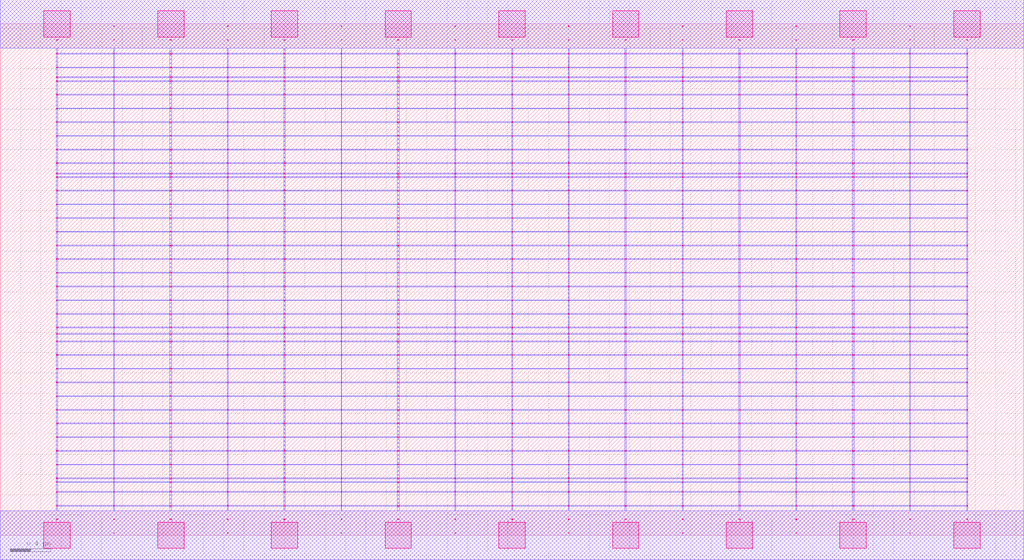
<source format=lef>
MACRO OOAAOAI2221_DEBUG
 CLASS CORE ;
 FOREIGN OOAAOAI2221_DEBUG 0 0 ;
 SIZE 10.08 BY 5.04 ;
 ORIGIN 0 0 ;
 SYMMETRY X Y R90 ;
 SITE unit ;

 OBS
    LAYER polycont ;
     RECT 5.03600000 2.58300000 5.04900000 2.59100000 ;
     RECT 5.03600000 2.71800000 5.04900000 2.72600000 ;
     RECT 5.03600000 2.85300000 5.04900000 2.86100000 ;
     RECT 5.03600000 2.98800000 5.04900000 2.99600000 ;
     RECT 7.27100000 2.58300000 7.28900000 2.59100000 ;
     RECT 7.83600000 2.58300000 7.84400000 2.59100000 ;
     RECT 8.39100000 2.58300000 8.40900000 2.59100000 ;
     RECT 8.95600000 2.58300000 8.96400000 2.59100000 ;
     RECT 9.51600000 2.58300000 9.52900000 2.59100000 ;
     RECT 5.59600000 2.58300000 5.60400000 2.59100000 ;
     RECT 5.59600000 2.71800000 5.60400000 2.72600000 ;
     RECT 6.15100000 2.71800000 6.16400000 2.72600000 ;
     RECT 6.71600000 2.71800000 6.72400000 2.72600000 ;
     RECT 7.27100000 2.71800000 7.28900000 2.72600000 ;
     RECT 7.83600000 2.71800000 7.84400000 2.72600000 ;
     RECT 8.39100000 2.71800000 8.40900000 2.72600000 ;
     RECT 8.95600000 2.71800000 8.96400000 2.72600000 ;
     RECT 9.51600000 2.71800000 9.52900000 2.72600000 ;
     RECT 6.15100000 2.58300000 6.16400000 2.59100000 ;
     RECT 5.59600000 2.85300000 5.60400000 2.86100000 ;
     RECT 6.15100000 2.85300000 6.16400000 2.86100000 ;
     RECT 6.71600000 2.85300000 6.72400000 2.86100000 ;
     RECT 7.27100000 2.85300000 7.28900000 2.86100000 ;
     RECT 7.83600000 2.85300000 7.84400000 2.86100000 ;
     RECT 8.39100000 2.85300000 8.40900000 2.86100000 ;
     RECT 8.95600000 2.85300000 8.96400000 2.86100000 ;
     RECT 9.51600000 2.85300000 9.52900000 2.86100000 ;
     RECT 6.71600000 2.58300000 6.72400000 2.59100000 ;
     RECT 5.59600000 2.98800000 5.60400000 2.99600000 ;
     RECT 6.15100000 2.98800000 6.16400000 2.99600000 ;
     RECT 6.71600000 2.98800000 6.72400000 2.99600000 ;
     RECT 7.27100000 2.98800000 7.28900000 2.99600000 ;
     RECT 7.83600000 2.98800000 7.84400000 2.99600000 ;
     RECT 8.39100000 2.98800000 8.40900000 2.99600000 ;
     RECT 8.95600000 2.98800000 8.96400000 2.99600000 ;
     RECT 9.51600000 2.98800000 9.52900000 2.99600000 ;
     RECT 5.59600000 3.12300000 5.60400000 3.13100000 ;
     RECT 5.59600000 3.25800000 5.60400000 3.26600000 ;
     RECT 5.59600000 3.39300000 5.60400000 3.40100000 ;
     RECT 5.59600000 3.52800000 5.60400000 3.53600000 ;
     RECT 5.59600000 3.56100000 5.60400000 3.56900000 ;
     RECT 5.59600000 3.66300000 5.60400000 3.67100000 ;
     RECT 5.59600000 3.79800000 5.60400000 3.80600000 ;
     RECT 5.59600000 3.93300000 5.60400000 3.94100000 ;
     RECT 5.59600000 4.06800000 5.60400000 4.07600000 ;
     RECT 5.59600000 4.20300000 5.60400000 4.21100000 ;
     RECT 5.59600000 4.33800000 5.60400000 4.34600000 ;
     RECT 5.59600000 4.47300000 5.60400000 4.48100000 ;
     RECT 5.59600000 4.51100000 5.60400000 4.51900000 ;
     RECT 5.59600000 4.60800000 5.60400000 4.61600000 ;
     RECT 5.59600000 4.74300000 5.60400000 4.75100000 ;
     RECT 5.59600000 4.87800000 5.60400000 4.88600000 ;
     RECT 1.11600000 2.98800000 1.12400000 2.99600000 ;
     RECT 1.67100000 2.98800000 1.68900000 2.99600000 ;
     RECT 2.23600000 2.98800000 2.24400000 2.99600000 ;
     RECT 2.79100000 2.98800000 2.80900000 2.99600000 ;
     RECT 3.35600000 2.98800000 3.36400000 2.99600000 ;
     RECT 3.91100000 2.98800000 3.92900000 2.99600000 ;
     RECT 4.47600000 2.98800000 4.48400000 2.99600000 ;
     RECT 2.23600000 2.58300000 2.24400000 2.59100000 ;
     RECT 2.79100000 2.58300000 2.80900000 2.59100000 ;
     RECT 3.35600000 2.58300000 3.36400000 2.59100000 ;
     RECT 3.91100000 2.58300000 3.92900000 2.59100000 ;
     RECT 4.47600000 2.58300000 4.48400000 2.59100000 ;
     RECT 0.55100000 2.58300000 0.56400000 2.59100000 ;
     RECT 0.55100000 2.71800000 0.56400000 2.72600000 ;
     RECT 0.55100000 2.85300000 0.56400000 2.86100000 ;
     RECT 1.11600000 2.85300000 1.12400000 2.86100000 ;
     RECT 1.67100000 2.85300000 1.68900000 2.86100000 ;
     RECT 2.23600000 2.85300000 2.24400000 2.86100000 ;
     RECT 2.79100000 2.85300000 2.80900000 2.86100000 ;
     RECT 3.35600000 2.85300000 3.36400000 2.86100000 ;
     RECT 3.91100000 2.85300000 3.92900000 2.86100000 ;
     RECT 4.47600000 2.85300000 4.48400000 2.86100000 ;
     RECT 1.11600000 2.71800000 1.12400000 2.72600000 ;
     RECT 1.67100000 2.71800000 1.68900000 2.72600000 ;
     RECT 2.23600000 2.71800000 2.24400000 2.72600000 ;
     RECT 2.79100000 2.71800000 2.80900000 2.72600000 ;
     RECT 3.35600000 2.71800000 3.36400000 2.72600000 ;
     RECT 3.91100000 2.71800000 3.92900000 2.72600000 ;
     RECT 4.47600000 2.71800000 4.48400000 2.72600000 ;
     RECT 1.11600000 2.58300000 1.12400000 2.59100000 ;
     RECT 1.67100000 2.58300000 1.68900000 2.59100000 ;
     RECT 0.55100000 2.98800000 0.56400000 2.99600000 ;
     RECT 8.95600000 0.42300000 8.96400000 0.43100000 ;
     RECT 9.51600000 0.42300000 9.52900000 0.43100000 ;
     RECT 8.95600000 0.52100000 8.96400000 0.52900000 ;
     RECT 9.51600000 0.52100000 9.52900000 0.52900000 ;
     RECT 8.95600000 0.55800000 8.96400000 0.56600000 ;
     RECT 9.51600000 0.55800000 9.52900000 0.56600000 ;
     RECT 8.95600000 0.69300000 8.96400000 0.70100000 ;
     RECT 9.51600000 0.69300000 9.52900000 0.70100000 ;
     RECT 8.95600000 0.82800000 8.96400000 0.83600000 ;
     RECT 9.51600000 0.82800000 9.52900000 0.83600000 ;
     RECT 8.95600000 0.96300000 8.96400000 0.97100000 ;
     RECT 9.51600000 0.96300000 9.52900000 0.97100000 ;
     RECT 8.95600000 1.09800000 8.96400000 1.10600000 ;
     RECT 9.51600000 1.09800000 9.52900000 1.10600000 ;
     RECT 8.95600000 1.23300000 8.96400000 1.24100000 ;
     RECT 9.51600000 1.23300000 9.52900000 1.24100000 ;
     RECT 8.95600000 1.36800000 8.96400000 1.37600000 ;
     RECT 9.51600000 1.36800000 9.52900000 1.37600000 ;
     RECT 8.95600000 1.50300000 8.96400000 1.51100000 ;
     RECT 9.51600000 1.50300000 9.52900000 1.51100000 ;
     RECT 8.95600000 1.63800000 8.96400000 1.64600000 ;
     RECT 9.51600000 1.63800000 9.52900000 1.64600000 ;
     RECT 8.95600000 1.77300000 8.96400000 1.78100000 ;
     RECT 9.51600000 1.77300000 9.52900000 1.78100000 ;
     RECT 8.95600000 1.90800000 8.96400000 1.91600000 ;
     RECT 9.51600000 1.90800000 9.52900000 1.91600000 ;
     RECT 8.95600000 1.98100000 8.96400000 1.98900000 ;
     RECT 9.51600000 1.98100000 9.52900000 1.98900000 ;
     RECT 8.95600000 2.04300000 8.96400000 2.05100000 ;
     RECT 9.51600000 2.04300000 9.52900000 2.05100000 ;
     RECT 8.95600000 2.17800000 8.96400000 2.18600000 ;
     RECT 9.51600000 2.17800000 9.52900000 2.18600000 ;
     RECT 8.95600000 2.31300000 8.96400000 2.32100000 ;
     RECT 9.51600000 2.31300000 9.52900000 2.32100000 ;
     RECT 8.95600000 2.44800000 8.96400000 2.45600000 ;
     RECT 9.51600000 2.44800000 9.52900000 2.45600000 ;
     RECT 8.95600000 0.15300000 8.96400000 0.16100000 ;
     RECT 9.51600000 0.15300000 9.52900000 0.16100000 ;
     RECT 8.95600000 0.28800000 8.96400000 0.29600000 ;
     RECT 9.51600000 0.28800000 9.52900000 0.29600000 ;

    LAYER pdiffc ;
     RECT 0.55100000 3.39300000 0.55900000 3.40100000 ;
     RECT 5.04100000 3.39300000 5.04900000 3.40100000 ;
     RECT 6.15100000 3.39300000 6.15900000 3.40100000 ;
     RECT 9.52100000 3.39300000 9.52900000 3.40100000 ;
     RECT 0.55100000 3.52800000 0.55900000 3.53600000 ;
     RECT 5.04100000 3.52800000 5.04900000 3.53600000 ;
     RECT 6.15100000 3.52800000 6.15900000 3.53600000 ;
     RECT 9.52100000 3.52800000 9.52900000 3.53600000 ;
     RECT 0.55100000 3.56100000 0.55900000 3.56900000 ;
     RECT 5.04100000 3.56100000 5.04900000 3.56900000 ;
     RECT 6.15100000 3.56100000 6.15900000 3.56900000 ;
     RECT 9.52100000 3.56100000 9.52900000 3.56900000 ;
     RECT 0.55100000 3.66300000 0.55900000 3.67100000 ;
     RECT 5.04100000 3.66300000 5.04900000 3.67100000 ;
     RECT 6.15100000 3.66300000 6.15900000 3.67100000 ;
     RECT 9.52100000 3.66300000 9.52900000 3.67100000 ;
     RECT 0.55100000 3.79800000 0.55900000 3.80600000 ;
     RECT 5.04100000 3.79800000 5.04900000 3.80600000 ;
     RECT 6.15100000 3.79800000 6.15900000 3.80600000 ;
     RECT 9.52100000 3.79800000 9.52900000 3.80600000 ;
     RECT 0.55100000 3.93300000 0.55900000 3.94100000 ;
     RECT 5.04100000 3.93300000 5.04900000 3.94100000 ;
     RECT 6.15100000 3.93300000 6.15900000 3.94100000 ;
     RECT 9.52100000 3.93300000 9.52900000 3.94100000 ;
     RECT 0.55100000 4.06800000 0.55900000 4.07600000 ;
     RECT 5.04100000 4.06800000 5.04900000 4.07600000 ;
     RECT 6.15100000 4.06800000 6.15900000 4.07600000 ;
     RECT 9.52100000 4.06800000 9.52900000 4.07600000 ;
     RECT 0.55100000 4.20300000 0.55900000 4.21100000 ;
     RECT 5.04100000 4.20300000 5.04900000 4.21100000 ;
     RECT 6.15100000 4.20300000 6.15900000 4.21100000 ;
     RECT 9.52100000 4.20300000 9.52900000 4.21100000 ;
     RECT 0.55100000 4.33800000 0.55900000 4.34600000 ;
     RECT 5.04100000 4.33800000 5.04900000 4.34600000 ;
     RECT 6.15100000 4.33800000 6.15900000 4.34600000 ;
     RECT 9.52100000 4.33800000 9.52900000 4.34600000 ;
     RECT 0.55100000 4.47300000 0.55900000 4.48100000 ;
     RECT 5.04100000 4.47300000 5.04900000 4.48100000 ;
     RECT 6.15100000 4.47300000 6.15900000 4.48100000 ;
     RECT 9.52100000 4.47300000 9.52900000 4.48100000 ;
     RECT 0.55100000 4.51100000 0.55900000 4.51900000 ;
     RECT 5.04100000 4.51100000 5.04900000 4.51900000 ;
     RECT 6.15100000 4.51100000 6.15900000 4.51900000 ;
     RECT 9.52100000 4.51100000 9.52900000 4.51900000 ;
     RECT 0.55100000 4.60800000 0.55900000 4.61600000 ;
     RECT 5.04100000 4.60800000 5.04900000 4.61600000 ;
     RECT 6.15100000 4.60800000 6.15900000 4.61600000 ;
     RECT 9.52100000 4.60800000 9.52900000 4.61600000 ;

    LAYER ndiffc ;
     RECT 5.03600000 0.42300000 5.04900000 0.43100000 ;
     RECT 6.15100000 0.42300000 6.16400000 0.43100000 ;
     RECT 7.27100000 0.42300000 7.28900000 0.43100000 ;
     RECT 8.39100000 0.42300000 8.40900000 0.43100000 ;
     RECT 5.03600000 0.52100000 5.04900000 0.52900000 ;
     RECT 6.15100000 0.52100000 6.16400000 0.52900000 ;
     RECT 7.27100000 0.52100000 7.28900000 0.52900000 ;
     RECT 8.39100000 0.52100000 8.40900000 0.52900000 ;
     RECT 5.03600000 0.55800000 5.04900000 0.56600000 ;
     RECT 6.15100000 0.55800000 6.16400000 0.56600000 ;
     RECT 7.27100000 0.55800000 7.28900000 0.56600000 ;
     RECT 8.39100000 0.55800000 8.40900000 0.56600000 ;
     RECT 5.03600000 0.69300000 5.04900000 0.70100000 ;
     RECT 6.15100000 0.69300000 6.16400000 0.70100000 ;
     RECT 7.27100000 0.69300000 7.28900000 0.70100000 ;
     RECT 8.39100000 0.69300000 8.40900000 0.70100000 ;
     RECT 5.03600000 0.82800000 5.04900000 0.83600000 ;
     RECT 6.15100000 0.82800000 6.16400000 0.83600000 ;
     RECT 7.27100000 0.82800000 7.28900000 0.83600000 ;
     RECT 8.39100000 0.82800000 8.40900000 0.83600000 ;
     RECT 5.03600000 0.96300000 5.04900000 0.97100000 ;
     RECT 6.15100000 0.96300000 6.16400000 0.97100000 ;
     RECT 7.27100000 0.96300000 7.28900000 0.97100000 ;
     RECT 8.39100000 0.96300000 8.40900000 0.97100000 ;
     RECT 5.03600000 1.09800000 5.04900000 1.10600000 ;
     RECT 6.15100000 1.09800000 6.16400000 1.10600000 ;
     RECT 7.27100000 1.09800000 7.28900000 1.10600000 ;
     RECT 8.39100000 1.09800000 8.40900000 1.10600000 ;
     RECT 5.03600000 1.23300000 5.04900000 1.24100000 ;
     RECT 6.15100000 1.23300000 6.16400000 1.24100000 ;
     RECT 7.27100000 1.23300000 7.28900000 1.24100000 ;
     RECT 8.39100000 1.23300000 8.40900000 1.24100000 ;
     RECT 5.03600000 1.36800000 5.04900000 1.37600000 ;
     RECT 6.15100000 1.36800000 6.16400000 1.37600000 ;
     RECT 7.27100000 1.36800000 7.28900000 1.37600000 ;
     RECT 8.39100000 1.36800000 8.40900000 1.37600000 ;
     RECT 5.03600000 1.50300000 5.04900000 1.51100000 ;
     RECT 6.15100000 1.50300000 6.16400000 1.51100000 ;
     RECT 7.27100000 1.50300000 7.28900000 1.51100000 ;
     RECT 8.39100000 1.50300000 8.40900000 1.51100000 ;
     RECT 5.03600000 1.63800000 5.04900000 1.64600000 ;
     RECT 6.15100000 1.63800000 6.16400000 1.64600000 ;
     RECT 7.27100000 1.63800000 7.28900000 1.64600000 ;
     RECT 8.39100000 1.63800000 8.40900000 1.64600000 ;
     RECT 5.03600000 1.77300000 5.04900000 1.78100000 ;
     RECT 6.15100000 1.77300000 6.16400000 1.78100000 ;
     RECT 7.27100000 1.77300000 7.28900000 1.78100000 ;
     RECT 8.39100000 1.77300000 8.40900000 1.78100000 ;
     RECT 5.03600000 1.90800000 5.04900000 1.91600000 ;
     RECT 6.15100000 1.90800000 6.16400000 1.91600000 ;
     RECT 7.27100000 1.90800000 7.28900000 1.91600000 ;
     RECT 8.39100000 1.90800000 8.40900000 1.91600000 ;
     RECT 5.03600000 1.98100000 5.04900000 1.98900000 ;
     RECT 6.15100000 1.98100000 6.16400000 1.98900000 ;
     RECT 7.27100000 1.98100000 7.28900000 1.98900000 ;
     RECT 8.39100000 1.98100000 8.40900000 1.98900000 ;
     RECT 5.03600000 2.04300000 5.04900000 2.05100000 ;
     RECT 6.15100000 2.04300000 6.16400000 2.05100000 ;
     RECT 7.27100000 2.04300000 7.28900000 2.05100000 ;
     RECT 8.39100000 2.04300000 8.40900000 2.05100000 ;
     RECT 0.55100000 0.42300000 0.56400000 0.43100000 ;
     RECT 1.67100000 0.42300000 1.68900000 0.43100000 ;
     RECT 2.79100000 0.42300000 2.80900000 0.43100000 ;
     RECT 3.91100000 0.42300000 3.92900000 0.43100000 ;
     RECT 0.55100000 1.36800000 0.56400000 1.37600000 ;
     RECT 1.67100000 1.36800000 1.68900000 1.37600000 ;
     RECT 2.79100000 1.36800000 2.80900000 1.37600000 ;
     RECT 3.91100000 1.36800000 3.92900000 1.37600000 ;
     RECT 0.55100000 0.82800000 0.56400000 0.83600000 ;
     RECT 1.67100000 0.82800000 1.68900000 0.83600000 ;
     RECT 2.79100000 0.82800000 2.80900000 0.83600000 ;
     RECT 3.91100000 0.82800000 3.92900000 0.83600000 ;
     RECT 0.55100000 1.50300000 0.56400000 1.51100000 ;
     RECT 1.67100000 1.50300000 1.68900000 1.51100000 ;
     RECT 2.79100000 1.50300000 2.80900000 1.51100000 ;
     RECT 3.91100000 1.50300000 3.92900000 1.51100000 ;
     RECT 0.55100000 0.55800000 0.56400000 0.56600000 ;
     RECT 1.67100000 0.55800000 1.68900000 0.56600000 ;
     RECT 2.79100000 0.55800000 2.80900000 0.56600000 ;
     RECT 3.91100000 0.55800000 3.92900000 0.56600000 ;
     RECT 0.55100000 1.63800000 0.56400000 1.64600000 ;
     RECT 1.67100000 1.63800000 1.68900000 1.64600000 ;
     RECT 2.79100000 1.63800000 2.80900000 1.64600000 ;
     RECT 3.91100000 1.63800000 3.92900000 1.64600000 ;
     RECT 0.55100000 0.96300000 0.56400000 0.97100000 ;
     RECT 1.67100000 0.96300000 1.68900000 0.97100000 ;
     RECT 2.79100000 0.96300000 2.80900000 0.97100000 ;
     RECT 3.91100000 0.96300000 3.92900000 0.97100000 ;
     RECT 0.55100000 1.77300000 0.56400000 1.78100000 ;
     RECT 1.67100000 1.77300000 1.68900000 1.78100000 ;
     RECT 2.79100000 1.77300000 2.80900000 1.78100000 ;
     RECT 3.91100000 1.77300000 3.92900000 1.78100000 ;
     RECT 0.55100000 0.52100000 0.56400000 0.52900000 ;
     RECT 1.67100000 0.52100000 1.68900000 0.52900000 ;
     RECT 2.79100000 0.52100000 2.80900000 0.52900000 ;
     RECT 3.91100000 0.52100000 3.92900000 0.52900000 ;
     RECT 0.55100000 1.90800000 0.56400000 1.91600000 ;
     RECT 1.67100000 1.90800000 1.68900000 1.91600000 ;
     RECT 2.79100000 1.90800000 2.80900000 1.91600000 ;
     RECT 3.91100000 1.90800000 3.92900000 1.91600000 ;
     RECT 0.55100000 1.09800000 0.56400000 1.10600000 ;
     RECT 1.67100000 1.09800000 1.68900000 1.10600000 ;
     RECT 2.79100000 1.09800000 2.80900000 1.10600000 ;
     RECT 3.91100000 1.09800000 3.92900000 1.10600000 ;
     RECT 0.55100000 1.98100000 0.56400000 1.98900000 ;
     RECT 1.67100000 1.98100000 1.68900000 1.98900000 ;
     RECT 2.79100000 1.98100000 2.80900000 1.98900000 ;
     RECT 3.91100000 1.98100000 3.92900000 1.98900000 ;
     RECT 0.55100000 0.69300000 0.56400000 0.70100000 ;
     RECT 1.67100000 0.69300000 1.68900000 0.70100000 ;
     RECT 2.79100000 0.69300000 2.80900000 0.70100000 ;
     RECT 3.91100000 0.69300000 3.92900000 0.70100000 ;
     RECT 0.55100000 2.04300000 0.56400000 2.05100000 ;
     RECT 1.67100000 2.04300000 1.68900000 2.05100000 ;
     RECT 2.79100000 2.04300000 2.80900000 2.05100000 ;
     RECT 3.91100000 2.04300000 3.92900000 2.05100000 ;
     RECT 0.55100000 1.23300000 0.56400000 1.24100000 ;
     RECT 1.67100000 1.23300000 1.68900000 1.24100000 ;
     RECT 2.79100000 1.23300000 2.80900000 1.24100000 ;
     RECT 3.91100000 1.23300000 3.92900000 1.24100000 ;

    LAYER met1 ;
     RECT 0.00000000 -0.24000000 10.08000000 0.24000000 ;
     RECT 5.03600000 0.24000000 5.04900000 0.28800000 ;
     RECT 0.55100000 0.28800000 9.52900000 0.29600000 ;
     RECT 5.03600000 0.29600000 5.04900000 0.42300000 ;
     RECT 0.55100000 0.42300000 9.52900000 0.43100000 ;
     RECT 5.03600000 0.43100000 5.04900000 0.52100000 ;
     RECT 0.55100000 0.52100000 9.52900000 0.52900000 ;
     RECT 5.03600000 0.52900000 5.04900000 0.55800000 ;
     RECT 0.55100000 0.55800000 9.52900000 0.56600000 ;
     RECT 5.03600000 0.56600000 5.04900000 0.69300000 ;
     RECT 0.55100000 0.69300000 9.52900000 0.70100000 ;
     RECT 5.03600000 0.70100000 5.04900000 0.82800000 ;
     RECT 0.55100000 0.82800000 9.52900000 0.83600000 ;
     RECT 5.03600000 0.83600000 5.04900000 0.96300000 ;
     RECT 0.55100000 0.96300000 9.52900000 0.97100000 ;
     RECT 5.03600000 0.97100000 5.04900000 1.09800000 ;
     RECT 0.55100000 1.09800000 9.52900000 1.10600000 ;
     RECT 5.03600000 1.10600000 5.04900000 1.23300000 ;
     RECT 0.55100000 1.23300000 9.52900000 1.24100000 ;
     RECT 5.03600000 1.24100000 5.04900000 1.36800000 ;
     RECT 0.55100000 1.36800000 9.52900000 1.37600000 ;
     RECT 5.03600000 1.37600000 5.04900000 1.50300000 ;
     RECT 0.55100000 1.50300000 9.52900000 1.51100000 ;
     RECT 5.03600000 1.51100000 5.04900000 1.63800000 ;
     RECT 0.55100000 1.63800000 9.52900000 1.64600000 ;
     RECT 5.03600000 1.64600000 5.04900000 1.77300000 ;
     RECT 0.55100000 1.77300000 9.52900000 1.78100000 ;
     RECT 5.03600000 1.78100000 5.04900000 1.90800000 ;
     RECT 0.55100000 1.90800000 9.52900000 1.91600000 ;
     RECT 5.03600000 1.91600000 5.04900000 1.98100000 ;
     RECT 0.55100000 1.98100000 9.52900000 1.98900000 ;
     RECT 5.03600000 1.98900000 5.04900000 2.04300000 ;
     RECT 0.55100000 2.04300000 9.52900000 2.05100000 ;
     RECT 5.03600000 2.05100000 5.04900000 2.17800000 ;
     RECT 0.55100000 2.17800000 9.52900000 2.18600000 ;
     RECT 5.03600000 2.18600000 5.04900000 2.31300000 ;
     RECT 0.55100000 2.31300000 9.52900000 2.32100000 ;
     RECT 5.03600000 2.32100000 5.04900000 2.44800000 ;
     RECT 0.55100000 2.44800000 9.52900000 2.45600000 ;
     RECT 0.55100000 2.45600000 0.56400000 2.58300000 ;
     RECT 1.11600000 2.45600000 1.12400000 2.58300000 ;
     RECT 1.67100000 2.45600000 1.68900000 2.58300000 ;
     RECT 2.23600000 2.45600000 2.24400000 2.58300000 ;
     RECT 2.79100000 2.45600000 2.80900000 2.58300000 ;
     RECT 3.35600000 2.45600000 3.36400000 2.58300000 ;
     RECT 3.91100000 2.45600000 3.92900000 2.58300000 ;
     RECT 4.47600000 2.45600000 4.48400000 2.58300000 ;
     RECT 5.03600000 2.45600000 5.04900000 2.58300000 ;
     RECT 5.59600000 2.45600000 5.60400000 2.58300000 ;
     RECT 6.15100000 2.45600000 6.16400000 2.58300000 ;
     RECT 6.71600000 2.45600000 6.72400000 2.58300000 ;
     RECT 7.27100000 2.45600000 7.28900000 2.58300000 ;
     RECT 7.83600000 2.45600000 7.84400000 2.58300000 ;
     RECT 8.39100000 2.45600000 8.40900000 2.58300000 ;
     RECT 8.95600000 2.45600000 8.96400000 2.58300000 ;
     RECT 9.51600000 2.45600000 9.52900000 2.58300000 ;
     RECT 0.55100000 2.58300000 9.52900000 2.59100000 ;
     RECT 5.03600000 2.59100000 5.04900000 2.71800000 ;
     RECT 0.55100000 2.71800000 9.52900000 2.72600000 ;
     RECT 5.03600000 2.72600000 5.04900000 2.85300000 ;
     RECT 0.55100000 2.85300000 9.52900000 2.86100000 ;
     RECT 5.03600000 2.86100000 5.04900000 2.98800000 ;
     RECT 0.55100000 2.98800000 9.52900000 2.99600000 ;
     RECT 5.03600000 2.99600000 5.04900000 3.12300000 ;
     RECT 0.55100000 3.12300000 9.52900000 3.13100000 ;
     RECT 5.03600000 3.13100000 5.04900000 3.25800000 ;
     RECT 0.55100000 3.25800000 9.52900000 3.26600000 ;
     RECT 5.03600000 3.26600000 5.04900000 3.39300000 ;
     RECT 0.55100000 3.39300000 9.52900000 3.40100000 ;
     RECT 5.03600000 3.40100000 5.04900000 3.52800000 ;
     RECT 0.55100000 3.52800000 9.52900000 3.53600000 ;
     RECT 5.03600000 3.53600000 5.04900000 3.56100000 ;
     RECT 0.55100000 3.56100000 9.52900000 3.56900000 ;
     RECT 5.03600000 3.56900000 5.04900000 3.66300000 ;
     RECT 0.55100000 3.66300000 9.52900000 3.67100000 ;
     RECT 5.03600000 3.67100000 5.04900000 3.79800000 ;
     RECT 0.55100000 3.79800000 9.52900000 3.80600000 ;
     RECT 5.03600000 3.80600000 5.04900000 3.93300000 ;
     RECT 0.55100000 3.93300000 9.52900000 3.94100000 ;
     RECT 5.03600000 3.94100000 5.04900000 4.06800000 ;
     RECT 0.55100000 4.06800000 9.52900000 4.07600000 ;
     RECT 5.03600000 4.07600000 5.04900000 4.20300000 ;
     RECT 0.55100000 4.20300000 9.52900000 4.21100000 ;
     RECT 5.03600000 4.21100000 5.04900000 4.33800000 ;
     RECT 0.55100000 4.33800000 9.52900000 4.34600000 ;
     RECT 5.03600000 4.34600000 5.04900000 4.47300000 ;
     RECT 0.55100000 4.47300000 9.52900000 4.48100000 ;
     RECT 5.03600000 4.48100000 5.04900000 4.51100000 ;
     RECT 0.55100000 4.51100000 9.52900000 4.51900000 ;
     RECT 5.03600000 4.51900000 5.04900000 4.60800000 ;
     RECT 0.55100000 4.60800000 9.52900000 4.61600000 ;
     RECT 5.03600000 4.61600000 5.04900000 4.74300000 ;
     RECT 0.55100000 4.74300000 9.52900000 4.75100000 ;
     RECT 5.03600000 4.75100000 5.04900000 4.80000000 ;
     RECT 0.00000000 4.80000000 10.08000000 5.28000000 ;
     RECT 5.59600000 3.80600000 5.60400000 3.93300000 ;
     RECT 6.15100000 3.80600000 6.16400000 3.93300000 ;
     RECT 6.71600000 3.80600000 6.72400000 3.93300000 ;
     RECT 7.27100000 3.80600000 7.28900000 3.93300000 ;
     RECT 7.83600000 3.80600000 7.84400000 3.93300000 ;
     RECT 8.39100000 3.80600000 8.40900000 3.93300000 ;
     RECT 8.95600000 3.80600000 8.96400000 3.93300000 ;
     RECT 9.51600000 3.80600000 9.52900000 3.93300000 ;
     RECT 7.83600000 3.94100000 7.84400000 4.06800000 ;
     RECT 8.39100000 3.94100000 8.40900000 4.06800000 ;
     RECT 8.95600000 3.94100000 8.96400000 4.06800000 ;
     RECT 9.51600000 3.94100000 9.52900000 4.06800000 ;
     RECT 7.83600000 4.07600000 7.84400000 4.20300000 ;
     RECT 8.39100000 4.07600000 8.40900000 4.20300000 ;
     RECT 8.95600000 4.07600000 8.96400000 4.20300000 ;
     RECT 9.51600000 4.07600000 9.52900000 4.20300000 ;
     RECT 7.83600000 4.21100000 7.84400000 4.33800000 ;
     RECT 8.39100000 4.21100000 8.40900000 4.33800000 ;
     RECT 8.95600000 4.21100000 8.96400000 4.33800000 ;
     RECT 9.51600000 4.21100000 9.52900000 4.33800000 ;
     RECT 7.83600000 4.34600000 7.84400000 4.47300000 ;
     RECT 8.39100000 4.34600000 8.40900000 4.47300000 ;
     RECT 8.95600000 4.34600000 8.96400000 4.47300000 ;
     RECT 9.51600000 4.34600000 9.52900000 4.47300000 ;
     RECT 7.83600000 4.48100000 7.84400000 4.51100000 ;
     RECT 8.39100000 4.48100000 8.40900000 4.51100000 ;
     RECT 8.95600000 4.48100000 8.96400000 4.51100000 ;
     RECT 9.51600000 4.48100000 9.52900000 4.51100000 ;
     RECT 7.83600000 4.51900000 7.84400000 4.60800000 ;
     RECT 8.39100000 4.51900000 8.40900000 4.60800000 ;
     RECT 8.95600000 4.51900000 8.96400000 4.60800000 ;
     RECT 9.51600000 4.51900000 9.52900000 4.60800000 ;
     RECT 7.83600000 4.61600000 7.84400000 4.74300000 ;
     RECT 8.39100000 4.61600000 8.40900000 4.74300000 ;
     RECT 8.95600000 4.61600000 8.96400000 4.74300000 ;
     RECT 9.51600000 4.61600000 9.52900000 4.74300000 ;
     RECT 7.83600000 4.75100000 7.84400000 4.80000000 ;
     RECT 8.39100000 4.75100000 8.40900000 4.80000000 ;
     RECT 8.95600000 4.75100000 8.96400000 4.80000000 ;
     RECT 9.51600000 4.75100000 9.52900000 4.80000000 ;
     RECT 5.59600000 4.48100000 5.60400000 4.51100000 ;
     RECT 6.15100000 4.48100000 6.16400000 4.51100000 ;
     RECT 6.71600000 4.48100000 6.72400000 4.51100000 ;
     RECT 7.27100000 4.48100000 7.28900000 4.51100000 ;
     RECT 5.59600000 4.21100000 5.60400000 4.33800000 ;
     RECT 6.15100000 4.21100000 6.16400000 4.33800000 ;
     RECT 6.71600000 4.21100000 6.72400000 4.33800000 ;
     RECT 7.27100000 4.21100000 7.28900000 4.33800000 ;
     RECT 5.59600000 4.51900000 5.60400000 4.60800000 ;
     RECT 6.15100000 4.51900000 6.16400000 4.60800000 ;
     RECT 6.71600000 4.51900000 6.72400000 4.60800000 ;
     RECT 7.27100000 4.51900000 7.28900000 4.60800000 ;
     RECT 5.59600000 4.07600000 5.60400000 4.20300000 ;
     RECT 6.15100000 4.07600000 6.16400000 4.20300000 ;
     RECT 6.71600000 4.07600000 6.72400000 4.20300000 ;
     RECT 7.27100000 4.07600000 7.28900000 4.20300000 ;
     RECT 5.59600000 4.61600000 5.60400000 4.74300000 ;
     RECT 6.15100000 4.61600000 6.16400000 4.74300000 ;
     RECT 6.71600000 4.61600000 6.72400000 4.74300000 ;
     RECT 7.27100000 4.61600000 7.28900000 4.74300000 ;
     RECT 5.59600000 4.34600000 5.60400000 4.47300000 ;
     RECT 6.15100000 4.34600000 6.16400000 4.47300000 ;
     RECT 6.71600000 4.34600000 6.72400000 4.47300000 ;
     RECT 7.27100000 4.34600000 7.28900000 4.47300000 ;
     RECT 5.59600000 4.75100000 5.60400000 4.80000000 ;
     RECT 6.15100000 4.75100000 6.16400000 4.80000000 ;
     RECT 6.71600000 4.75100000 6.72400000 4.80000000 ;
     RECT 7.27100000 4.75100000 7.28900000 4.80000000 ;
     RECT 5.59600000 3.94100000 5.60400000 4.06800000 ;
     RECT 6.15100000 3.94100000 6.16400000 4.06800000 ;
     RECT 6.71600000 3.94100000 6.72400000 4.06800000 ;
     RECT 7.27100000 3.94100000 7.28900000 4.06800000 ;
     RECT 5.59600000 2.59100000 5.60400000 2.71800000 ;
     RECT 6.15100000 2.59100000 6.16400000 2.71800000 ;
     RECT 5.59600000 3.26600000 5.60400000 3.39300000 ;
     RECT 6.15100000 3.26600000 6.16400000 3.39300000 ;
     RECT 5.59600000 2.86100000 5.60400000 2.98800000 ;
     RECT 6.15100000 2.86100000 6.16400000 2.98800000 ;
     RECT 6.71600000 3.26600000 6.72400000 3.39300000 ;
     RECT 7.27100000 3.26600000 7.28900000 3.39300000 ;
     RECT 5.59600000 2.72600000 5.60400000 2.85300000 ;
     RECT 6.15100000 2.72600000 6.16400000 2.85300000 ;
     RECT 5.59600000 3.40100000 5.60400000 3.52800000 ;
     RECT 6.15100000 3.40100000 6.16400000 3.52800000 ;
     RECT 5.59600000 2.99600000 5.60400000 3.12300000 ;
     RECT 6.15100000 2.99600000 6.16400000 3.12300000 ;
     RECT 6.71600000 3.40100000 6.72400000 3.52800000 ;
     RECT 7.27100000 3.40100000 7.28900000 3.52800000 ;
     RECT 6.71600000 2.86100000 6.72400000 2.98800000 ;
     RECT 7.27100000 2.86100000 7.28900000 2.98800000 ;
     RECT 6.71600000 2.72600000 6.72400000 2.85300000 ;
     RECT 7.27100000 2.72600000 7.28900000 2.85300000 ;
     RECT 5.59600000 3.53600000 5.60400000 3.56100000 ;
     RECT 6.15100000 3.53600000 6.16400000 3.56100000 ;
     RECT 6.71600000 2.99600000 6.72400000 3.12300000 ;
     RECT 7.27100000 2.99600000 7.28900000 3.12300000 ;
     RECT 6.71600000 3.53600000 6.72400000 3.56100000 ;
     RECT 7.27100000 3.53600000 7.28900000 3.56100000 ;
     RECT 5.59600000 3.56900000 5.60400000 3.66300000 ;
     RECT 6.15100000 3.56900000 6.16400000 3.66300000 ;
     RECT 6.71600000 3.56900000 6.72400000 3.66300000 ;
     RECT 7.27100000 3.56900000 7.28900000 3.66300000 ;
     RECT 5.59600000 3.67100000 5.60400000 3.79800000 ;
     RECT 6.15100000 3.67100000 6.16400000 3.79800000 ;
     RECT 6.71600000 3.67100000 6.72400000 3.79800000 ;
     RECT 7.27100000 3.67100000 7.28900000 3.79800000 ;
     RECT 6.71600000 2.59100000 6.72400000 2.71800000 ;
     RECT 7.27100000 2.59100000 7.28900000 2.71800000 ;
     RECT 5.59600000 3.13100000 5.60400000 3.25800000 ;
     RECT 6.15100000 3.13100000 6.16400000 3.25800000 ;
     RECT 6.71600000 3.13100000 6.72400000 3.25800000 ;
     RECT 7.27100000 3.13100000 7.28900000 3.25800000 ;
     RECT 8.39100000 2.59100000 8.40900000 2.71800000 ;
     RECT 9.51600000 2.99600000 9.52900000 3.12300000 ;
     RECT 7.83600000 3.13100000 7.84400000 3.25800000 ;
     RECT 7.83600000 3.56900000 7.84400000 3.66300000 ;
     RECT 8.39100000 3.56900000 8.40900000 3.66300000 ;
     RECT 8.95600000 3.56900000 8.96400000 3.66300000 ;
     RECT 9.51600000 3.56900000 9.52900000 3.66300000 ;
     RECT 8.95600000 2.72600000 8.96400000 2.85300000 ;
     RECT 9.51600000 2.72600000 9.52900000 2.85300000 ;
     RECT 8.39100000 3.13100000 8.40900000 3.25800000 ;
     RECT 7.83600000 3.40100000 7.84400000 3.52800000 ;
     RECT 8.39100000 3.40100000 8.40900000 3.52800000 ;
     RECT 8.95600000 3.40100000 8.96400000 3.52800000 ;
     RECT 7.83600000 3.67100000 7.84400000 3.79800000 ;
     RECT 8.39100000 3.67100000 8.40900000 3.79800000 ;
     RECT 8.95600000 3.67100000 8.96400000 3.79800000 ;
     RECT 7.83600000 2.86100000 7.84400000 2.98800000 ;
     RECT 8.39100000 2.86100000 8.40900000 2.98800000 ;
     RECT 9.51600000 3.67100000 9.52900000 3.79800000 ;
     RECT 9.51600000 3.40100000 9.52900000 3.52800000 ;
     RECT 8.95600000 3.13100000 8.96400000 3.25800000 ;
     RECT 7.83600000 3.26600000 7.84400000 3.39300000 ;
     RECT 8.39100000 3.26600000 8.40900000 3.39300000 ;
     RECT 8.95600000 3.26600000 8.96400000 3.39300000 ;
     RECT 9.51600000 3.26600000 9.52900000 3.39300000 ;
     RECT 9.51600000 3.13100000 9.52900000 3.25800000 ;
     RECT 8.95600000 2.86100000 8.96400000 2.98800000 ;
     RECT 9.51600000 2.86100000 9.52900000 2.98800000 ;
     RECT 7.83600000 3.53600000 7.84400000 3.56100000 ;
     RECT 7.83600000 2.99600000 7.84400000 3.12300000 ;
     RECT 8.39100000 2.99600000 8.40900000 3.12300000 ;
     RECT 8.39100000 3.53600000 8.40900000 3.56100000 ;
     RECT 8.95600000 3.53600000 8.96400000 3.56100000 ;
     RECT 9.51600000 3.53600000 9.52900000 3.56100000 ;
     RECT 7.83600000 2.72600000 7.84400000 2.85300000 ;
     RECT 8.39100000 2.72600000 8.40900000 2.85300000 ;
     RECT 8.95600000 2.59100000 8.96400000 2.71800000 ;
     RECT 9.51600000 2.59100000 9.52900000 2.71800000 ;
     RECT 7.83600000 2.59100000 7.84400000 2.71800000 ;
     RECT 8.95600000 2.99600000 8.96400000 3.12300000 ;
     RECT 0.55100000 3.80600000 0.56400000 3.93300000 ;
     RECT 1.11600000 3.80600000 1.12400000 3.93300000 ;
     RECT 1.67100000 3.80600000 1.68900000 3.93300000 ;
     RECT 2.23600000 3.80600000 2.24400000 3.93300000 ;
     RECT 2.79100000 3.80600000 2.80900000 3.93300000 ;
     RECT 3.35600000 3.80600000 3.36400000 3.93300000 ;
     RECT 3.91100000 3.80600000 3.92900000 3.93300000 ;
     RECT 4.47600000 3.80600000 4.48400000 3.93300000 ;
     RECT 2.79100000 4.21100000 2.80900000 4.33800000 ;
     RECT 3.35600000 4.21100000 3.36400000 4.33800000 ;
     RECT 3.91100000 4.21100000 3.92900000 4.33800000 ;
     RECT 4.47600000 4.21100000 4.48400000 4.33800000 ;
     RECT 2.79100000 4.34600000 2.80900000 4.47300000 ;
     RECT 3.35600000 4.34600000 3.36400000 4.47300000 ;
     RECT 3.91100000 4.34600000 3.92900000 4.47300000 ;
     RECT 4.47600000 4.34600000 4.48400000 4.47300000 ;
     RECT 2.79100000 4.48100000 2.80900000 4.51100000 ;
     RECT 3.35600000 4.48100000 3.36400000 4.51100000 ;
     RECT 3.91100000 4.48100000 3.92900000 4.51100000 ;
     RECT 4.47600000 4.48100000 4.48400000 4.51100000 ;
     RECT 2.79100000 4.51900000 2.80900000 4.60800000 ;
     RECT 3.35600000 4.51900000 3.36400000 4.60800000 ;
     RECT 3.91100000 4.51900000 3.92900000 4.60800000 ;
     RECT 4.47600000 4.51900000 4.48400000 4.60800000 ;
     RECT 2.79100000 4.61600000 2.80900000 4.74300000 ;
     RECT 3.35600000 4.61600000 3.36400000 4.74300000 ;
     RECT 3.91100000 4.61600000 3.92900000 4.74300000 ;
     RECT 4.47600000 4.61600000 4.48400000 4.74300000 ;
     RECT 2.79100000 4.75100000 2.80900000 4.80000000 ;
     RECT 3.35600000 4.75100000 3.36400000 4.80000000 ;
     RECT 3.91100000 4.75100000 3.92900000 4.80000000 ;
     RECT 4.47600000 4.75100000 4.48400000 4.80000000 ;
     RECT 2.79100000 3.94100000 2.80900000 4.06800000 ;
     RECT 3.35600000 3.94100000 3.36400000 4.06800000 ;
     RECT 3.91100000 3.94100000 3.92900000 4.06800000 ;
     RECT 4.47600000 3.94100000 4.48400000 4.06800000 ;
     RECT 2.79100000 4.07600000 2.80900000 4.20300000 ;
     RECT 3.35600000 4.07600000 3.36400000 4.20300000 ;
     RECT 3.91100000 4.07600000 3.92900000 4.20300000 ;
     RECT 4.47600000 4.07600000 4.48400000 4.20300000 ;
     RECT 0.55100000 4.51900000 0.56400000 4.60800000 ;
     RECT 1.11600000 4.51900000 1.12400000 4.60800000 ;
     RECT 1.67100000 4.51900000 1.68900000 4.60800000 ;
     RECT 2.23600000 4.51900000 2.24400000 4.60800000 ;
     RECT 0.55100000 4.07600000 0.56400000 4.20300000 ;
     RECT 1.11600000 4.07600000 1.12400000 4.20300000 ;
     RECT 1.67100000 4.07600000 1.68900000 4.20300000 ;
     RECT 2.23600000 4.07600000 2.24400000 4.20300000 ;
     RECT 0.55100000 4.61600000 0.56400000 4.74300000 ;
     RECT 1.11600000 4.61600000 1.12400000 4.74300000 ;
     RECT 1.67100000 4.61600000 1.68900000 4.74300000 ;
     RECT 2.23600000 4.61600000 2.24400000 4.74300000 ;
     RECT 0.55100000 4.34600000 0.56400000 4.47300000 ;
     RECT 1.11600000 4.34600000 1.12400000 4.47300000 ;
     RECT 1.67100000 4.34600000 1.68900000 4.47300000 ;
     RECT 2.23600000 4.34600000 2.24400000 4.47300000 ;
     RECT 0.55100000 4.75100000 0.56400000 4.80000000 ;
     RECT 1.11600000 4.75100000 1.12400000 4.80000000 ;
     RECT 1.67100000 4.75100000 1.68900000 4.80000000 ;
     RECT 2.23600000 4.75100000 2.24400000 4.80000000 ;
     RECT 0.55100000 3.94100000 0.56400000 4.06800000 ;
     RECT 1.11600000 3.94100000 1.12400000 4.06800000 ;
     RECT 1.67100000 3.94100000 1.68900000 4.06800000 ;
     RECT 2.23600000 3.94100000 2.24400000 4.06800000 ;
     RECT 0.55100000 4.48100000 0.56400000 4.51100000 ;
     RECT 1.11600000 4.48100000 1.12400000 4.51100000 ;
     RECT 1.67100000 4.48100000 1.68900000 4.51100000 ;
     RECT 2.23600000 4.48100000 2.24400000 4.51100000 ;
     RECT 0.55100000 4.21100000 0.56400000 4.33800000 ;
     RECT 1.11600000 4.21100000 1.12400000 4.33800000 ;
     RECT 1.67100000 4.21100000 1.68900000 4.33800000 ;
     RECT 2.23600000 4.21100000 2.24400000 4.33800000 ;
     RECT 1.67100000 2.86100000 1.68900000 2.98800000 ;
     RECT 2.23600000 2.86100000 2.24400000 2.98800000 ;
     RECT 0.55100000 3.13100000 0.56400000 3.25800000 ;
     RECT 1.11600000 3.13100000 1.12400000 3.25800000 ;
     RECT 1.67100000 3.13100000 1.68900000 3.25800000 ;
     RECT 2.23600000 3.13100000 2.24400000 3.25800000 ;
     RECT 0.55100000 3.67100000 0.56400000 3.79800000 ;
     RECT 1.11600000 3.67100000 1.12400000 3.79800000 ;
     RECT 1.67100000 3.67100000 1.68900000 3.79800000 ;
     RECT 2.23600000 3.67100000 2.24400000 3.79800000 ;
     RECT 0.55100000 2.59100000 0.56400000 2.71800000 ;
     RECT 1.11600000 2.59100000 1.12400000 2.71800000 ;
     RECT 0.55100000 2.72600000 0.56400000 2.85300000 ;
     RECT 1.11600000 2.72600000 1.12400000 2.85300000 ;
     RECT 0.55100000 2.86100000 0.56400000 2.98800000 ;
     RECT 1.11600000 2.86100000 1.12400000 2.98800000 ;
     RECT 0.55100000 3.53600000 0.56400000 3.56100000 ;
     RECT 1.11600000 3.53600000 1.12400000 3.56100000 ;
     RECT 0.55100000 3.26600000 0.56400000 3.39300000 ;
     RECT 1.11600000 3.26600000 1.12400000 3.39300000 ;
     RECT 1.67100000 3.26600000 1.68900000 3.39300000 ;
     RECT 2.23600000 3.26600000 2.24400000 3.39300000 ;
     RECT 1.67100000 2.59100000 1.68900000 2.71800000 ;
     RECT 2.23600000 2.59100000 2.24400000 2.71800000 ;
     RECT 0.55100000 3.56900000 0.56400000 3.66300000 ;
     RECT 1.11600000 3.56900000 1.12400000 3.66300000 ;
     RECT 1.67100000 3.56900000 1.68900000 3.66300000 ;
     RECT 2.23600000 3.56900000 2.24400000 3.66300000 ;
     RECT 1.67100000 3.53600000 1.68900000 3.56100000 ;
     RECT 2.23600000 3.53600000 2.24400000 3.56100000 ;
     RECT 1.67100000 2.99600000 1.68900000 3.12300000 ;
     RECT 2.23600000 2.99600000 2.24400000 3.12300000 ;
     RECT 0.55100000 3.40100000 0.56400000 3.52800000 ;
     RECT 1.11600000 3.40100000 1.12400000 3.52800000 ;
     RECT 0.55100000 2.99600000 0.56400000 3.12300000 ;
     RECT 1.11600000 2.99600000 1.12400000 3.12300000 ;
     RECT 1.67100000 2.72600000 1.68900000 2.85300000 ;
     RECT 2.23600000 2.72600000 2.24400000 2.85300000 ;
     RECT 1.67100000 3.40100000 1.68900000 3.52800000 ;
     RECT 2.23600000 3.40100000 2.24400000 3.52800000 ;
     RECT 2.79100000 3.67100000 2.80900000 3.79800000 ;
     RECT 3.35600000 3.67100000 3.36400000 3.79800000 ;
     RECT 3.91100000 3.67100000 3.92900000 3.79800000 ;
     RECT 4.47600000 3.67100000 4.48400000 3.79800000 ;
     RECT 2.79100000 3.40100000 2.80900000 3.52800000 ;
     RECT 3.35600000 3.40100000 3.36400000 3.52800000 ;
     RECT 3.91100000 3.40100000 3.92900000 3.52800000 ;
     RECT 4.47600000 3.40100000 4.48400000 3.52800000 ;
     RECT 2.79100000 3.53600000 2.80900000 3.56100000 ;
     RECT 3.35600000 3.53600000 3.36400000 3.56100000 ;
     RECT 3.91100000 3.56900000 3.92900000 3.66300000 ;
     RECT 4.47600000 3.56900000 4.48400000 3.66300000 ;
     RECT 2.79100000 2.86100000 2.80900000 2.98800000 ;
     RECT 3.35600000 2.86100000 3.36400000 2.98800000 ;
     RECT 3.91100000 2.86100000 3.92900000 2.98800000 ;
     RECT 4.47600000 2.86100000 4.48400000 2.98800000 ;
     RECT 2.79100000 3.26600000 2.80900000 3.39300000 ;
     RECT 3.35600000 3.26600000 3.36400000 3.39300000 ;
     RECT 3.91100000 3.26600000 3.92900000 3.39300000 ;
     RECT 4.47600000 3.26600000 4.48400000 3.39300000 ;
     RECT 3.91100000 3.53600000 3.92900000 3.56100000 ;
     RECT 4.47600000 3.53600000 4.48400000 3.56100000 ;
     RECT 2.79100000 2.72600000 2.80900000 2.85300000 ;
     RECT 3.35600000 2.72600000 3.36400000 2.85300000 ;
     RECT 2.79100000 3.13100000 2.80900000 3.25800000 ;
     RECT 3.35600000 3.13100000 3.36400000 3.25800000 ;
     RECT 3.91100000 3.13100000 3.92900000 3.25800000 ;
     RECT 4.47600000 3.13100000 4.48400000 3.25800000 ;
     RECT 3.91100000 2.99600000 3.92900000 3.12300000 ;
     RECT 4.47600000 2.99600000 4.48400000 3.12300000 ;
     RECT 3.91100000 2.59100000 3.92900000 2.71800000 ;
     RECT 4.47600000 2.59100000 4.48400000 2.71800000 ;
     RECT 3.91100000 2.72600000 3.92900000 2.85300000 ;
     RECT 4.47600000 2.72600000 4.48400000 2.85300000 ;
     RECT 2.79100000 3.56900000 2.80900000 3.66300000 ;
     RECT 3.35600000 3.56900000 3.36400000 3.66300000 ;
     RECT 2.79100000 2.99600000 2.80900000 3.12300000 ;
     RECT 3.35600000 2.99600000 3.36400000 3.12300000 ;
     RECT 2.79100000 2.59100000 2.80900000 2.71800000 ;
     RECT 3.35600000 2.59100000 3.36400000 2.71800000 ;
     RECT 0.55100000 1.10600000 0.56400000 1.23300000 ;
     RECT 1.11600000 1.10600000 1.12400000 1.23300000 ;
     RECT 1.67100000 1.10600000 1.68900000 1.23300000 ;
     RECT 2.23600000 1.10600000 2.24400000 1.23300000 ;
     RECT 2.79100000 1.10600000 2.80900000 1.23300000 ;
     RECT 3.35600000 1.10600000 3.36400000 1.23300000 ;
     RECT 3.91100000 1.10600000 3.92900000 1.23300000 ;
     RECT 4.47600000 1.10600000 4.48400000 1.23300000 ;
     RECT 2.79100000 1.51100000 2.80900000 1.63800000 ;
     RECT 3.35600000 1.51100000 3.36400000 1.63800000 ;
     RECT 3.91100000 1.51100000 3.92900000 1.63800000 ;
     RECT 4.47600000 1.51100000 4.48400000 1.63800000 ;
     RECT 2.79100000 1.64600000 2.80900000 1.77300000 ;
     RECT 3.35600000 1.64600000 3.36400000 1.77300000 ;
     RECT 3.91100000 1.64600000 3.92900000 1.77300000 ;
     RECT 4.47600000 1.64600000 4.48400000 1.77300000 ;
     RECT 2.79100000 1.78100000 2.80900000 1.90800000 ;
     RECT 3.35600000 1.78100000 3.36400000 1.90800000 ;
     RECT 3.91100000 1.78100000 3.92900000 1.90800000 ;
     RECT 4.47600000 1.78100000 4.48400000 1.90800000 ;
     RECT 2.79100000 1.91600000 2.80900000 1.98100000 ;
     RECT 3.35600000 1.91600000 3.36400000 1.98100000 ;
     RECT 3.91100000 1.91600000 3.92900000 1.98100000 ;
     RECT 4.47600000 1.91600000 4.48400000 1.98100000 ;
     RECT 2.79100000 1.98900000 2.80900000 2.04300000 ;
     RECT 3.35600000 1.98900000 3.36400000 2.04300000 ;
     RECT 3.91100000 1.98900000 3.92900000 2.04300000 ;
     RECT 4.47600000 1.98900000 4.48400000 2.04300000 ;
     RECT 2.79100000 2.05100000 2.80900000 2.17800000 ;
     RECT 3.35600000 2.05100000 3.36400000 2.17800000 ;
     RECT 3.91100000 2.05100000 3.92900000 2.17800000 ;
     RECT 4.47600000 2.05100000 4.48400000 2.17800000 ;
     RECT 2.79100000 2.18600000 2.80900000 2.31300000 ;
     RECT 3.35600000 2.18600000 3.36400000 2.31300000 ;
     RECT 3.91100000 2.18600000 3.92900000 2.31300000 ;
     RECT 4.47600000 2.18600000 4.48400000 2.31300000 ;
     RECT 2.79100000 2.32100000 2.80900000 2.44800000 ;
     RECT 3.35600000 2.32100000 3.36400000 2.44800000 ;
     RECT 3.91100000 2.32100000 3.92900000 2.44800000 ;
     RECT 4.47600000 2.32100000 4.48400000 2.44800000 ;
     RECT 2.79100000 1.24100000 2.80900000 1.36800000 ;
     RECT 3.35600000 1.24100000 3.36400000 1.36800000 ;
     RECT 3.91100000 1.24100000 3.92900000 1.36800000 ;
     RECT 4.47600000 1.24100000 4.48400000 1.36800000 ;
     RECT 2.79100000 1.37600000 2.80900000 1.50300000 ;
     RECT 3.35600000 1.37600000 3.36400000 1.50300000 ;
     RECT 3.91100000 1.37600000 3.92900000 1.50300000 ;
     RECT 4.47600000 1.37600000 4.48400000 1.50300000 ;
     RECT 0.55100000 1.51100000 0.56400000 1.63800000 ;
     RECT 1.11600000 1.51100000 1.12400000 1.63800000 ;
     RECT 1.67100000 1.51100000 1.68900000 1.63800000 ;
     RECT 2.23600000 1.51100000 2.24400000 1.63800000 ;
     RECT 0.55100000 2.05100000 0.56400000 2.17800000 ;
     RECT 1.11600000 2.05100000 1.12400000 2.17800000 ;
     RECT 1.67100000 2.05100000 1.68900000 2.17800000 ;
     RECT 2.23600000 2.05100000 2.24400000 2.17800000 ;
     RECT 0.55100000 1.78100000 0.56400000 1.90800000 ;
     RECT 1.11600000 1.78100000 1.12400000 1.90800000 ;
     RECT 1.67100000 1.78100000 1.68900000 1.90800000 ;
     RECT 2.23600000 1.78100000 2.24400000 1.90800000 ;
     RECT 0.55100000 2.18600000 0.56400000 2.31300000 ;
     RECT 1.11600000 2.18600000 1.12400000 2.31300000 ;
     RECT 1.67100000 2.18600000 1.68900000 2.31300000 ;
     RECT 2.23600000 2.18600000 2.24400000 2.31300000 ;
     RECT 0.55100000 1.37600000 0.56400000 1.50300000 ;
     RECT 1.11600000 1.37600000 1.12400000 1.50300000 ;
     RECT 1.67100000 1.37600000 1.68900000 1.50300000 ;
     RECT 2.23600000 1.37600000 2.24400000 1.50300000 ;
     RECT 0.55100000 2.32100000 0.56400000 2.44800000 ;
     RECT 1.11600000 2.32100000 1.12400000 2.44800000 ;
     RECT 1.67100000 2.32100000 1.68900000 2.44800000 ;
     RECT 2.23600000 2.32100000 2.24400000 2.44800000 ;
     RECT 0.55100000 1.91600000 0.56400000 1.98100000 ;
     RECT 1.11600000 1.91600000 1.12400000 1.98100000 ;
     RECT 1.67100000 1.91600000 1.68900000 1.98100000 ;
     RECT 2.23600000 1.91600000 2.24400000 1.98100000 ;
     RECT 0.55100000 1.64600000 0.56400000 1.77300000 ;
     RECT 1.11600000 1.64600000 1.12400000 1.77300000 ;
     RECT 1.67100000 1.64600000 1.68900000 1.77300000 ;
     RECT 2.23600000 1.64600000 2.24400000 1.77300000 ;
     RECT 0.55100000 1.98900000 0.56400000 2.04300000 ;
     RECT 1.11600000 1.98900000 1.12400000 2.04300000 ;
     RECT 1.67100000 1.98900000 1.68900000 2.04300000 ;
     RECT 2.23600000 1.98900000 2.24400000 2.04300000 ;
     RECT 0.55100000 1.24100000 0.56400000 1.36800000 ;
     RECT 1.11600000 1.24100000 1.12400000 1.36800000 ;
     RECT 1.67100000 1.24100000 1.68900000 1.36800000 ;
     RECT 2.23600000 1.24100000 2.24400000 1.36800000 ;
     RECT 1.67100000 0.56600000 1.68900000 0.69300000 ;
     RECT 2.23600000 0.56600000 2.24400000 0.69300000 ;
     RECT 0.55100000 0.24000000 0.56400000 0.28800000 ;
     RECT 1.11600000 0.24000000 1.12400000 0.28800000 ;
     RECT 0.55100000 0.70100000 0.56400000 0.82800000 ;
     RECT 1.11600000 0.70100000 1.12400000 0.82800000 ;
     RECT 1.67100000 0.70100000 1.68900000 0.82800000 ;
     RECT 2.23600000 0.70100000 2.24400000 0.82800000 ;
     RECT 0.55100000 0.29600000 0.56400000 0.42300000 ;
     RECT 1.11600000 0.29600000 1.12400000 0.42300000 ;
     RECT 0.55100000 0.83600000 0.56400000 0.96300000 ;
     RECT 1.11600000 0.83600000 1.12400000 0.96300000 ;
     RECT 1.67100000 0.83600000 1.68900000 0.96300000 ;
     RECT 2.23600000 0.83600000 2.24400000 0.96300000 ;
     RECT 1.67100000 0.29600000 1.68900000 0.42300000 ;
     RECT 2.23600000 0.29600000 2.24400000 0.42300000 ;
     RECT 0.55100000 0.97100000 0.56400000 1.09800000 ;
     RECT 1.11600000 0.97100000 1.12400000 1.09800000 ;
     RECT 1.67100000 0.97100000 1.68900000 1.09800000 ;
     RECT 2.23600000 0.97100000 2.24400000 1.09800000 ;
     RECT 0.55100000 0.52900000 0.56400000 0.55800000 ;
     RECT 1.11600000 0.52900000 1.12400000 0.55800000 ;
     RECT 1.67100000 0.52900000 1.68900000 0.55800000 ;
     RECT 2.23600000 0.52900000 2.24400000 0.55800000 ;
     RECT 0.55100000 0.43100000 0.56400000 0.52100000 ;
     RECT 1.11600000 0.43100000 1.12400000 0.52100000 ;
     RECT 1.67100000 0.43100000 1.68900000 0.52100000 ;
     RECT 2.23600000 0.43100000 2.24400000 0.52100000 ;
     RECT 1.67100000 0.24000000 1.68900000 0.28800000 ;
     RECT 2.23600000 0.24000000 2.24400000 0.28800000 ;
     RECT 0.55100000 0.56600000 0.56400000 0.69300000 ;
     RECT 1.11600000 0.56600000 1.12400000 0.69300000 ;
     RECT 2.79100000 0.43100000 2.80900000 0.52100000 ;
     RECT 3.35600000 0.43100000 3.36400000 0.52100000 ;
     RECT 2.79100000 0.83600000 2.80900000 0.96300000 ;
     RECT 3.35600000 0.83600000 3.36400000 0.96300000 ;
     RECT 3.91100000 0.83600000 3.92900000 0.96300000 ;
     RECT 4.47600000 0.83600000 4.48400000 0.96300000 ;
     RECT 2.79100000 0.56600000 2.80900000 0.69300000 ;
     RECT 3.35600000 0.56600000 3.36400000 0.69300000 ;
     RECT 3.91100000 0.56600000 3.92900000 0.69300000 ;
     RECT 4.47600000 0.56600000 4.48400000 0.69300000 ;
     RECT 3.91100000 0.43100000 3.92900000 0.52100000 ;
     RECT 4.47600000 0.43100000 4.48400000 0.52100000 ;
     RECT 2.79100000 0.97100000 2.80900000 1.09800000 ;
     RECT 3.35600000 0.97100000 3.36400000 1.09800000 ;
     RECT 3.91100000 0.97100000 3.92900000 1.09800000 ;
     RECT 4.47600000 0.97100000 4.48400000 1.09800000 ;
     RECT 2.79100000 0.29600000 2.80900000 0.42300000 ;
     RECT 3.35600000 0.29600000 3.36400000 0.42300000 ;
     RECT 2.79100000 0.52900000 2.80900000 0.55800000 ;
     RECT 3.35600000 0.52900000 3.36400000 0.55800000 ;
     RECT 3.91100000 0.52900000 3.92900000 0.55800000 ;
     RECT 4.47600000 0.52900000 4.48400000 0.55800000 ;
     RECT 2.79100000 0.70100000 2.80900000 0.82800000 ;
     RECT 3.35600000 0.70100000 3.36400000 0.82800000 ;
     RECT 3.91100000 0.70100000 3.92900000 0.82800000 ;
     RECT 4.47600000 0.70100000 4.48400000 0.82800000 ;
     RECT 3.91100000 0.29600000 3.92900000 0.42300000 ;
     RECT 4.47600000 0.29600000 4.48400000 0.42300000 ;
     RECT 3.91100000 0.24000000 3.92900000 0.28800000 ;
     RECT 4.47600000 0.24000000 4.48400000 0.28800000 ;
     RECT 2.79100000 0.24000000 2.80900000 0.28800000 ;
     RECT 3.35600000 0.24000000 3.36400000 0.28800000 ;
     RECT 5.59600000 1.10600000 5.60400000 1.23300000 ;
     RECT 6.15100000 1.10600000 6.16400000 1.23300000 ;
     RECT 6.71600000 1.10600000 6.72400000 1.23300000 ;
     RECT 7.27100000 1.10600000 7.28900000 1.23300000 ;
     RECT 7.83600000 1.10600000 7.84400000 1.23300000 ;
     RECT 8.39100000 1.10600000 8.40900000 1.23300000 ;
     RECT 8.95600000 1.10600000 8.96400000 1.23300000 ;
     RECT 9.51600000 1.10600000 9.52900000 1.23300000 ;
     RECT 7.83600000 1.78100000 7.84400000 1.90800000 ;
     RECT 8.39100000 1.78100000 8.40900000 1.90800000 ;
     RECT 8.95600000 1.78100000 8.96400000 1.90800000 ;
     RECT 9.51600000 1.78100000 9.52900000 1.90800000 ;
     RECT 7.83600000 1.91600000 7.84400000 1.98100000 ;
     RECT 8.39100000 1.91600000 8.40900000 1.98100000 ;
     RECT 7.83600000 1.98900000 7.84400000 2.04300000 ;
     RECT 8.39100000 1.98900000 8.40900000 2.04300000 ;
     RECT 8.95600000 1.98900000 8.96400000 2.04300000 ;
     RECT 9.51600000 1.98900000 9.52900000 2.04300000 ;
     RECT 8.95600000 1.91600000 8.96400000 1.98100000 ;
     RECT 9.51600000 1.91600000 9.52900000 1.98100000 ;
     RECT 7.83600000 2.05100000 7.84400000 2.17800000 ;
     RECT 8.39100000 2.05100000 8.40900000 2.17800000 ;
     RECT 8.95600000 2.05100000 8.96400000 2.17800000 ;
     RECT 9.51600000 2.05100000 9.52900000 2.17800000 ;
     RECT 7.83600000 1.24100000 7.84400000 1.36800000 ;
     RECT 8.39100000 1.24100000 8.40900000 1.36800000 ;
     RECT 8.95600000 1.24100000 8.96400000 1.36800000 ;
     RECT 9.51600000 1.24100000 9.52900000 1.36800000 ;
     RECT 7.83600000 2.18600000 7.84400000 2.31300000 ;
     RECT 8.39100000 2.18600000 8.40900000 2.31300000 ;
     RECT 8.95600000 2.18600000 8.96400000 2.31300000 ;
     RECT 9.51600000 2.18600000 9.52900000 2.31300000 ;
     RECT 7.83600000 2.32100000 7.84400000 2.44800000 ;
     RECT 8.39100000 2.32100000 8.40900000 2.44800000 ;
     RECT 8.95600000 2.32100000 8.96400000 2.44800000 ;
     RECT 9.51600000 2.32100000 9.52900000 2.44800000 ;
     RECT 7.83600000 1.37600000 7.84400000 1.50300000 ;
     RECT 8.39100000 1.37600000 8.40900000 1.50300000 ;
     RECT 8.95600000 1.37600000 8.96400000 1.50300000 ;
     RECT 9.51600000 1.37600000 9.52900000 1.50300000 ;
     RECT 7.83600000 1.51100000 7.84400000 1.63800000 ;
     RECT 8.39100000 1.51100000 8.40900000 1.63800000 ;
     RECT 8.95600000 1.51100000 8.96400000 1.63800000 ;
     RECT 9.51600000 1.51100000 9.52900000 1.63800000 ;
     RECT 7.83600000 1.64600000 7.84400000 1.77300000 ;
     RECT 8.39100000 1.64600000 8.40900000 1.77300000 ;
     RECT 8.95600000 1.64600000 8.96400000 1.77300000 ;
     RECT 9.51600000 1.64600000 9.52900000 1.77300000 ;
     RECT 7.27100000 2.18600000 7.28900000 2.31300000 ;
     RECT 5.59600000 1.98900000 5.60400000 2.04300000 ;
     RECT 5.59600000 2.05100000 5.60400000 2.17800000 ;
     RECT 6.15100000 2.05100000 6.16400000 2.17800000 ;
     RECT 6.71600000 2.05100000 6.72400000 2.17800000 ;
     RECT 5.59600000 2.32100000 5.60400000 2.44800000 ;
     RECT 6.15100000 2.32100000 6.16400000 2.44800000 ;
     RECT 6.71600000 2.32100000 6.72400000 2.44800000 ;
     RECT 7.27100000 2.32100000 7.28900000 2.44800000 ;
     RECT 7.27100000 2.05100000 7.28900000 2.17800000 ;
     RECT 6.15100000 1.98900000 6.16400000 2.04300000 ;
     RECT 6.71600000 1.98900000 6.72400000 2.04300000 ;
     RECT 7.27100000 1.98900000 7.28900000 2.04300000 ;
     RECT 5.59600000 1.37600000 5.60400000 1.50300000 ;
     RECT 6.15100000 1.37600000 6.16400000 1.50300000 ;
     RECT 6.71600000 1.37600000 6.72400000 1.50300000 ;
     RECT 7.27100000 1.37600000 7.28900000 1.50300000 ;
     RECT 7.27100000 1.78100000 7.28900000 1.90800000 ;
     RECT 5.59600000 1.24100000 5.60400000 1.36800000 ;
     RECT 6.15100000 1.24100000 6.16400000 1.36800000 ;
     RECT 6.71600000 1.24100000 6.72400000 1.36800000 ;
     RECT 5.59600000 1.51100000 5.60400000 1.63800000 ;
     RECT 6.15100000 1.51100000 6.16400000 1.63800000 ;
     RECT 6.71600000 1.51100000 6.72400000 1.63800000 ;
     RECT 7.27100000 1.51100000 7.28900000 1.63800000 ;
     RECT 7.27100000 1.24100000 7.28900000 1.36800000 ;
     RECT 5.59600000 1.91600000 5.60400000 1.98100000 ;
     RECT 6.15100000 1.91600000 6.16400000 1.98100000 ;
     RECT 6.71600000 1.91600000 6.72400000 1.98100000 ;
     RECT 5.59600000 1.64600000 5.60400000 1.77300000 ;
     RECT 6.15100000 1.64600000 6.16400000 1.77300000 ;
     RECT 6.71600000 1.64600000 6.72400000 1.77300000 ;
     RECT 7.27100000 1.64600000 7.28900000 1.77300000 ;
     RECT 7.27100000 1.91600000 7.28900000 1.98100000 ;
     RECT 5.59600000 2.18600000 5.60400000 2.31300000 ;
     RECT 6.15100000 2.18600000 6.16400000 2.31300000 ;
     RECT 6.71600000 2.18600000 6.72400000 2.31300000 ;
     RECT 5.59600000 1.78100000 5.60400000 1.90800000 ;
     RECT 6.15100000 1.78100000 6.16400000 1.90800000 ;
     RECT 6.71600000 1.78100000 6.72400000 1.90800000 ;
     RECT 6.15100000 0.83600000 6.16400000 0.96300000 ;
     RECT 5.59600000 0.56600000 5.60400000 0.69300000 ;
     RECT 6.15100000 0.56600000 6.16400000 0.69300000 ;
     RECT 6.71600000 0.56600000 6.72400000 0.69300000 ;
     RECT 7.27100000 0.56600000 7.28900000 0.69300000 ;
     RECT 6.71600000 0.29600000 6.72400000 0.42300000 ;
     RECT 7.27100000 0.29600000 7.28900000 0.42300000 ;
     RECT 5.59600000 0.70100000 5.60400000 0.82800000 ;
     RECT 6.15100000 0.70100000 6.16400000 0.82800000 ;
     RECT 6.71600000 0.83600000 6.72400000 0.96300000 ;
     RECT 7.27100000 0.83600000 7.28900000 0.96300000 ;
     RECT 6.71600000 0.70100000 6.72400000 0.82800000 ;
     RECT 7.27100000 0.70100000 7.28900000 0.82800000 ;
     RECT 6.71600000 0.24000000 6.72400000 0.28800000 ;
     RECT 7.27100000 0.24000000 7.28900000 0.28800000 ;
     RECT 6.71600000 0.43100000 6.72400000 0.52100000 ;
     RECT 7.27100000 0.43100000 7.28900000 0.52100000 ;
     RECT 5.59600000 0.52900000 5.60400000 0.55800000 ;
     RECT 6.15100000 0.52900000 6.16400000 0.55800000 ;
     RECT 5.59600000 0.24000000 5.60400000 0.28800000 ;
     RECT 6.15100000 0.24000000 6.16400000 0.28800000 ;
     RECT 5.59600000 0.29600000 5.60400000 0.42300000 ;
     RECT 6.15100000 0.29600000 6.16400000 0.42300000 ;
     RECT 5.59600000 0.43100000 5.60400000 0.52100000 ;
     RECT 6.15100000 0.43100000 6.16400000 0.52100000 ;
     RECT 5.59600000 0.97100000 5.60400000 1.09800000 ;
     RECT 6.15100000 0.97100000 6.16400000 1.09800000 ;
     RECT 6.71600000 0.97100000 6.72400000 1.09800000 ;
     RECT 7.27100000 0.97100000 7.28900000 1.09800000 ;
     RECT 6.71600000 0.52900000 6.72400000 0.55800000 ;
     RECT 7.27100000 0.52900000 7.28900000 0.55800000 ;
     RECT 5.59600000 0.83600000 5.60400000 0.96300000 ;
     RECT 9.51600000 0.29600000 9.52900000 0.42300000 ;
     RECT 8.95600000 0.43100000 8.96400000 0.52100000 ;
     RECT 9.51600000 0.43100000 9.52900000 0.52100000 ;
     RECT 7.83600000 0.83600000 7.84400000 0.96300000 ;
     RECT 8.39100000 0.83600000 8.40900000 0.96300000 ;
     RECT 8.95600000 0.83600000 8.96400000 0.96300000 ;
     RECT 9.51600000 0.83600000 9.52900000 0.96300000 ;
     RECT 8.95600000 0.52900000 8.96400000 0.55800000 ;
     RECT 9.51600000 0.52900000 9.52900000 0.55800000 ;
     RECT 8.95600000 0.24000000 8.96400000 0.28800000 ;
     RECT 9.51600000 0.24000000 9.52900000 0.28800000 ;
     RECT 8.95600000 0.97100000 8.96400000 1.09800000 ;
     RECT 9.51600000 0.97100000 9.52900000 1.09800000 ;
     RECT 7.83600000 0.70100000 7.84400000 0.82800000 ;
     RECT 8.39100000 0.70100000 8.40900000 0.82800000 ;
     RECT 7.83600000 0.24000000 7.84400000 0.28800000 ;
     RECT 8.39100000 0.24000000 8.40900000 0.28800000 ;
     RECT 8.95600000 0.70100000 8.96400000 0.82800000 ;
     RECT 9.51600000 0.70100000 9.52900000 0.82800000 ;
     RECT 7.83600000 0.29600000 7.84400000 0.42300000 ;
     RECT 8.39100000 0.29600000 8.40900000 0.42300000 ;
     RECT 7.83600000 0.52900000 7.84400000 0.55800000 ;
     RECT 8.39100000 0.52900000 8.40900000 0.55800000 ;
     RECT 7.83600000 0.97100000 7.84400000 1.09800000 ;
     RECT 8.39100000 0.97100000 8.40900000 1.09800000 ;
     RECT 7.83600000 0.56600000 7.84400000 0.69300000 ;
     RECT 8.39100000 0.56600000 8.40900000 0.69300000 ;
     RECT 8.95600000 0.56600000 8.96400000 0.69300000 ;
     RECT 9.51600000 0.56600000 9.52900000 0.69300000 ;
     RECT 7.83600000 0.43100000 7.84400000 0.52100000 ;
     RECT 8.39100000 0.43100000 8.40900000 0.52100000 ;
     RECT 8.95600000 0.29600000 8.96400000 0.42300000 ;

    LAYER via1 ;
     RECT 4.91000000 -0.13000000 5.17000000 0.13000000 ;
     RECT 5.03600000 0.15300000 5.04900000 0.16100000 ;
     RECT 5.03600000 0.28800000 5.04900000 0.29600000 ;
     RECT 5.03600000 0.42300000 5.04900000 0.43100000 ;
     RECT 5.03600000 0.52100000 5.04900000 0.52900000 ;
     RECT 5.03600000 0.55800000 5.04900000 0.56600000 ;
     RECT 5.03600000 0.69300000 5.04900000 0.70100000 ;
     RECT 5.03600000 0.82800000 5.04900000 0.83600000 ;
     RECT 5.03600000 0.96300000 5.04900000 0.97100000 ;
     RECT 5.03600000 1.09800000 5.04900000 1.10600000 ;
     RECT 5.03600000 1.23300000 5.04900000 1.24100000 ;
     RECT 5.03600000 1.36800000 5.04900000 1.37600000 ;
     RECT 5.03600000 1.50300000 5.04900000 1.51100000 ;
     RECT 5.03600000 1.63800000 5.04900000 1.64600000 ;
     RECT 5.03600000 1.77300000 5.04900000 1.78100000 ;
     RECT 5.03600000 1.90800000 5.04900000 1.91600000 ;
     RECT 5.03600000 1.98100000 5.04900000 1.98900000 ;
     RECT 5.03600000 2.04300000 5.04900000 2.05100000 ;
     RECT 5.03600000 2.17800000 5.04900000 2.18600000 ;
     RECT 5.03600000 2.31300000 5.04900000 2.32100000 ;
     RECT 5.03600000 2.44800000 5.04900000 2.45600000 ;
     RECT 5.03600000 2.58300000 5.04900000 2.59100000 ;
     RECT 5.03600000 2.71800000 5.04900000 2.72600000 ;
     RECT 5.03600000 2.85300000 5.04900000 2.86100000 ;
     RECT 5.03600000 2.98800000 5.04900000 2.99600000 ;
     RECT 5.03600000 3.12300000 5.04900000 3.13100000 ;
     RECT 5.03600000 3.25800000 5.04900000 3.26600000 ;
     RECT 5.03600000 3.39300000 5.04900000 3.40100000 ;
     RECT 5.03600000 3.52800000 5.04900000 3.53600000 ;
     RECT 5.03600000 3.56100000 5.04900000 3.56900000 ;
     RECT 5.03600000 3.66300000 5.04900000 3.67100000 ;
     RECT 5.03600000 3.79800000 5.04900000 3.80600000 ;
     RECT 5.03600000 3.93300000 5.04900000 3.94100000 ;
     RECT 5.03600000 4.06800000 5.04900000 4.07600000 ;
     RECT 5.03600000 4.20300000 5.04900000 4.21100000 ;
     RECT 5.03600000 4.33800000 5.04900000 4.34600000 ;
     RECT 5.03600000 4.47300000 5.04900000 4.48100000 ;
     RECT 5.03600000 4.51100000 5.04900000 4.51900000 ;
     RECT 5.03600000 4.60800000 5.04900000 4.61600000 ;
     RECT 5.03600000 4.74300000 5.04900000 4.75100000 ;
     RECT 5.03600000 4.87800000 5.04900000 4.88600000 ;
     RECT 4.91000000 4.91000000 5.17000000 5.17000000 ;
     RECT 7.15000000 4.91000000 7.41000000 5.17000000 ;
     RECT 8.39100000 3.93300000 8.40900000 3.94100000 ;
     RECT 8.95600000 3.93300000 8.96400000 3.94100000 ;
     RECT 9.51600000 3.93300000 9.52900000 3.94100000 ;
     RECT 7.83600000 4.06800000 7.84400000 4.07600000 ;
     RECT 8.39100000 4.06800000 8.40900000 4.07600000 ;
     RECT 8.95600000 4.06800000 8.96400000 4.07600000 ;
     RECT 9.51600000 4.06800000 9.52900000 4.07600000 ;
     RECT 7.83600000 4.20300000 7.84400000 4.21100000 ;
     RECT 8.39100000 4.20300000 8.40900000 4.21100000 ;
     RECT 8.95600000 4.20300000 8.96400000 4.21100000 ;
     RECT 9.51600000 4.20300000 9.52900000 4.21100000 ;
     RECT 7.83600000 4.33800000 7.84400000 4.34600000 ;
     RECT 8.39100000 4.33800000 8.40900000 4.34600000 ;
     RECT 8.95600000 4.33800000 8.96400000 4.34600000 ;
     RECT 9.51600000 4.33800000 9.52900000 4.34600000 ;
     RECT 7.83600000 4.47300000 7.84400000 4.48100000 ;
     RECT 8.39100000 4.47300000 8.40900000 4.48100000 ;
     RECT 8.95600000 4.47300000 8.96400000 4.48100000 ;
     RECT 9.51600000 4.47300000 9.52900000 4.48100000 ;
     RECT 7.83600000 4.51100000 7.84400000 4.51900000 ;
     RECT 8.39100000 4.51100000 8.40900000 4.51900000 ;
     RECT 8.95600000 4.51100000 8.96400000 4.51900000 ;
     RECT 9.51600000 4.51100000 9.52900000 4.51900000 ;
     RECT 7.83600000 4.60800000 7.84400000 4.61600000 ;
     RECT 8.39100000 4.60800000 8.40900000 4.61600000 ;
     RECT 8.95600000 4.60800000 8.96400000 4.61600000 ;
     RECT 9.51600000 4.60800000 9.52900000 4.61600000 ;
     RECT 7.83600000 4.74300000 7.84400000 4.75100000 ;
     RECT 8.39100000 4.74300000 8.40900000 4.75100000 ;
     RECT 8.95600000 4.74300000 8.96400000 4.75100000 ;
     RECT 9.51600000 4.74300000 9.52900000 4.75100000 ;
     RECT 7.83600000 4.87800000 7.84400000 4.88600000 ;
     RECT 8.39100000 4.87800000 8.40900000 4.88600000 ;
     RECT 8.95600000 4.87800000 8.96400000 4.88600000 ;
     RECT 9.51600000 4.87800000 9.52900000 4.88600000 ;
     RECT 7.83600000 5.01300000 7.84400000 5.02100000 ;
     RECT 8.95600000 5.01300000 8.96400000 5.02100000 ;
     RECT 7.83600000 3.93300000 7.84400000 3.94100000 ;
     RECT 8.27000000 4.91000000 8.53000000 5.17000000 ;
     RECT 9.39000000 4.91000000 9.65000000 5.17000000 ;
     RECT 6.15100000 4.51100000 6.16400000 4.51900000 ;
     RECT 6.71600000 4.51100000 6.72400000 4.51900000 ;
     RECT 7.27100000 4.51100000 7.28900000 4.51900000 ;
     RECT 5.59600000 4.06800000 5.60400000 4.07600000 ;
     RECT 6.15100000 4.06800000 6.16400000 4.07600000 ;
     RECT 6.71600000 4.06800000 6.72400000 4.07600000 ;
     RECT 7.27100000 4.06800000 7.28900000 4.07600000 ;
     RECT 5.59600000 4.60800000 5.60400000 4.61600000 ;
     RECT 6.15100000 4.60800000 6.16400000 4.61600000 ;
     RECT 6.71600000 4.60800000 6.72400000 4.61600000 ;
     RECT 7.27100000 4.60800000 7.28900000 4.61600000 ;
     RECT 5.59600000 4.33800000 5.60400000 4.34600000 ;
     RECT 6.15100000 4.33800000 6.16400000 4.34600000 ;
     RECT 6.71600000 4.33800000 6.72400000 4.34600000 ;
     RECT 7.27100000 4.33800000 7.28900000 4.34600000 ;
     RECT 5.59600000 4.74300000 5.60400000 4.75100000 ;
     RECT 6.15100000 4.74300000 6.16400000 4.75100000 ;
     RECT 6.71600000 4.74300000 6.72400000 4.75100000 ;
     RECT 7.27100000 4.74300000 7.28900000 4.75100000 ;
     RECT 5.59600000 3.93300000 5.60400000 3.94100000 ;
     RECT 6.15100000 3.93300000 6.16400000 3.94100000 ;
     RECT 6.71600000 3.93300000 6.72400000 3.94100000 ;
     RECT 7.27100000 3.93300000 7.28900000 3.94100000 ;
     RECT 5.59600000 4.87800000 5.60400000 4.88600000 ;
     RECT 6.15100000 4.87800000 6.16400000 4.88600000 ;
     RECT 6.71600000 4.87800000 6.72400000 4.88600000 ;
     RECT 7.27100000 4.87800000 7.28900000 4.88600000 ;
     RECT 5.59600000 4.47300000 5.60400000 4.48100000 ;
     RECT 6.15100000 4.47300000 6.16400000 4.48100000 ;
     RECT 6.71600000 4.47300000 6.72400000 4.48100000 ;
     RECT 7.27100000 4.47300000 7.28900000 4.48100000 ;
     RECT 5.59600000 5.01300000 5.60400000 5.02100000 ;
     RECT 6.71600000 5.01300000 6.72400000 5.02100000 ;
     RECT 5.59600000 4.20300000 5.60400000 4.21100000 ;
     RECT 6.15100000 4.20300000 6.16400000 4.21100000 ;
     RECT 6.03000000 4.91000000 6.29000000 5.17000000 ;
     RECT 6.71600000 4.20300000 6.72400000 4.21100000 ;
     RECT 7.27100000 4.20300000 7.28900000 4.21100000 ;
     RECT 5.59600000 4.51100000 5.60400000 4.51900000 ;
     RECT 6.71600000 2.85300000 6.72400000 2.86100000 ;
     RECT 7.27100000 2.85300000 7.28900000 2.86100000 ;
     RECT 6.71600000 2.58300000 6.72400000 2.59100000 ;
     RECT 5.59600000 2.98800000 5.60400000 2.99600000 ;
     RECT 6.15100000 2.98800000 6.16400000 2.99600000 ;
     RECT 6.71600000 2.98800000 6.72400000 2.99600000 ;
     RECT 7.27100000 2.98800000 7.28900000 2.99600000 ;
     RECT 7.27100000 2.58300000 7.28900000 2.59100000 ;
     RECT 6.71600000 2.71800000 6.72400000 2.72600000 ;
     RECT 5.59600000 3.12300000 5.60400000 3.13100000 ;
     RECT 6.15100000 3.12300000 6.16400000 3.13100000 ;
     RECT 6.71600000 3.12300000 6.72400000 3.13100000 ;
     RECT 7.27100000 3.12300000 7.28900000 3.13100000 ;
     RECT 5.59600000 3.25800000 5.60400000 3.26600000 ;
     RECT 6.15100000 3.25800000 6.16400000 3.26600000 ;
     RECT 6.71600000 3.25800000 6.72400000 3.26600000 ;
     RECT 7.27100000 3.25800000 7.28900000 3.26600000 ;
     RECT 6.15100000 2.58300000 6.16400000 2.59100000 ;
     RECT 7.27100000 2.71800000 7.28900000 2.72600000 ;
     RECT 5.59600000 3.39300000 5.60400000 3.40100000 ;
     RECT 6.15100000 3.39300000 6.16400000 3.40100000 ;
     RECT 6.71600000 3.39300000 6.72400000 3.40100000 ;
     RECT 7.27100000 3.39300000 7.28900000 3.40100000 ;
     RECT 5.59600000 3.52800000 5.60400000 3.53600000 ;
     RECT 6.15100000 3.52800000 6.16400000 3.53600000 ;
     RECT 6.71600000 3.52800000 6.72400000 3.53600000 ;
     RECT 5.59600000 2.85300000 5.60400000 2.86100000 ;
     RECT 7.27100000 3.52800000 7.28900000 3.53600000 ;
     RECT 5.59600000 3.56100000 5.60400000 3.56900000 ;
     RECT 6.15100000 3.56100000 6.16400000 3.56900000 ;
     RECT 6.71600000 3.56100000 6.72400000 3.56900000 ;
     RECT 7.27100000 3.56100000 7.28900000 3.56900000 ;
     RECT 5.59600000 2.58300000 5.60400000 2.59100000 ;
     RECT 5.59600000 3.66300000 5.60400000 3.67100000 ;
     RECT 6.15100000 3.66300000 6.16400000 3.67100000 ;
     RECT 6.71600000 3.66300000 6.72400000 3.67100000 ;
     RECT 7.27100000 3.66300000 7.28900000 3.67100000 ;
     RECT 5.59600000 2.71800000 5.60400000 2.72600000 ;
     RECT 5.59600000 3.79800000 5.60400000 3.80600000 ;
     RECT 6.15100000 2.85300000 6.16400000 2.86100000 ;
     RECT 6.15100000 3.79800000 6.16400000 3.80600000 ;
     RECT 6.71600000 3.79800000 6.72400000 3.80600000 ;
     RECT 7.27100000 3.79800000 7.28900000 3.80600000 ;
     RECT 6.15100000 2.71800000 6.16400000 2.72600000 ;
     RECT 9.51600000 3.39300000 9.52900000 3.40100000 ;
     RECT 8.95600000 2.58300000 8.96400000 2.59100000 ;
     RECT 7.83600000 3.12300000 7.84400000 3.13100000 ;
     RECT 8.39100000 3.12300000 8.40900000 3.13100000 ;
     RECT 8.95600000 3.12300000 8.96400000 3.13100000 ;
     RECT 9.51600000 3.12300000 9.52900000 3.13100000 ;
     RECT 7.83600000 3.52800000 7.84400000 3.53600000 ;
     RECT 8.39100000 3.52800000 8.40900000 3.53600000 ;
     RECT 9.51600000 2.71800000 9.52900000 2.72600000 ;
     RECT 8.95600000 3.52800000 8.96400000 3.53600000 ;
     RECT 9.51600000 3.52800000 9.52900000 3.53600000 ;
     RECT 9.51600000 2.58300000 9.52900000 2.59100000 ;
     RECT 7.83600000 2.58300000 7.84400000 2.59100000 ;
     RECT 8.39100000 2.98800000 8.40900000 2.99600000 ;
     RECT 8.95600000 2.98800000 8.96400000 2.99600000 ;
     RECT 9.51600000 2.98800000 9.52900000 2.99600000 ;
     RECT 7.83600000 3.56100000 7.84400000 3.56900000 ;
     RECT 8.39100000 3.56100000 8.40900000 3.56900000 ;
     RECT 8.95600000 3.56100000 8.96400000 3.56900000 ;
     RECT 9.51600000 3.56100000 9.52900000 3.56900000 ;
     RECT 8.39100000 2.85300000 8.40900000 2.86100000 ;
     RECT 7.83600000 3.25800000 7.84400000 3.26600000 ;
     RECT 8.39100000 3.25800000 8.40900000 3.26600000 ;
     RECT 8.95600000 3.25800000 8.96400000 3.26600000 ;
     RECT 9.51600000 3.25800000 9.52900000 3.26600000 ;
     RECT 7.83600000 2.71800000 7.84400000 2.72600000 ;
     RECT 7.83600000 3.66300000 7.84400000 3.67100000 ;
     RECT 8.39100000 3.66300000 8.40900000 3.67100000 ;
     RECT 8.95600000 3.66300000 8.96400000 3.67100000 ;
     RECT 9.51600000 3.66300000 9.52900000 3.67100000 ;
     RECT 8.39100000 2.58300000 8.40900000 2.59100000 ;
     RECT 8.95600000 2.85300000 8.96400000 2.86100000 ;
     RECT 9.51600000 2.85300000 9.52900000 2.86100000 ;
     RECT 7.83600000 2.85300000 7.84400000 2.86100000 ;
     RECT 8.39100000 2.71800000 8.40900000 2.72600000 ;
     RECT 7.83600000 2.98800000 7.84400000 2.99600000 ;
     RECT 7.83600000 3.79800000 7.84400000 3.80600000 ;
     RECT 8.39100000 3.79800000 8.40900000 3.80600000 ;
     RECT 8.95600000 3.79800000 8.96400000 3.80600000 ;
     RECT 9.51600000 3.79800000 9.52900000 3.80600000 ;
     RECT 7.83600000 3.39300000 7.84400000 3.40100000 ;
     RECT 8.39100000 3.39300000 8.40900000 3.40100000 ;
     RECT 8.95600000 3.39300000 8.96400000 3.40100000 ;
     RECT 8.95600000 2.71800000 8.96400000 2.72600000 ;
     RECT 2.67000000 4.91000000 2.93000000 5.17000000 ;
     RECT 3.35600000 3.93300000 3.36400000 3.94100000 ;
     RECT 3.91100000 3.93300000 3.92900000 3.94100000 ;
     RECT 4.47600000 3.93300000 4.48400000 3.94100000 ;
     RECT 2.79100000 4.06800000 2.80900000 4.07600000 ;
     RECT 3.35600000 4.06800000 3.36400000 4.07600000 ;
     RECT 3.91100000 4.06800000 3.92900000 4.07600000 ;
     RECT 4.47600000 4.06800000 4.48400000 4.07600000 ;
     RECT 2.79100000 4.20300000 2.80900000 4.21100000 ;
     RECT 3.35600000 4.20300000 3.36400000 4.21100000 ;
     RECT 3.91100000 4.20300000 3.92900000 4.21100000 ;
     RECT 4.47600000 4.20300000 4.48400000 4.21100000 ;
     RECT 2.79100000 4.33800000 2.80900000 4.34600000 ;
     RECT 3.35600000 4.33800000 3.36400000 4.34600000 ;
     RECT 3.91100000 4.33800000 3.92900000 4.34600000 ;
     RECT 4.47600000 4.33800000 4.48400000 4.34600000 ;
     RECT 2.79100000 4.47300000 2.80900000 4.48100000 ;
     RECT 3.35600000 4.47300000 3.36400000 4.48100000 ;
     RECT 3.91100000 4.47300000 3.92900000 4.48100000 ;
     RECT 4.47600000 4.47300000 4.48400000 4.48100000 ;
     RECT 2.79100000 4.51100000 2.80900000 4.51900000 ;
     RECT 3.35600000 4.51100000 3.36400000 4.51900000 ;
     RECT 3.91100000 4.51100000 3.92900000 4.51900000 ;
     RECT 4.47600000 4.51100000 4.48400000 4.51900000 ;
     RECT 2.79100000 4.60800000 2.80900000 4.61600000 ;
     RECT 3.35600000 4.60800000 3.36400000 4.61600000 ;
     RECT 3.91100000 4.60800000 3.92900000 4.61600000 ;
     RECT 4.47600000 4.60800000 4.48400000 4.61600000 ;
     RECT 2.79100000 4.74300000 2.80900000 4.75100000 ;
     RECT 3.35600000 4.74300000 3.36400000 4.75100000 ;
     RECT 3.91100000 4.74300000 3.92900000 4.75100000 ;
     RECT 4.47600000 4.74300000 4.48400000 4.75100000 ;
     RECT 2.79100000 4.87800000 2.80900000 4.88600000 ;
     RECT 3.35600000 4.87800000 3.36400000 4.88600000 ;
     RECT 3.91100000 4.87800000 3.92900000 4.88600000 ;
     RECT 4.47600000 4.87800000 4.48400000 4.88600000 ;
     RECT 3.35600000 5.01300000 3.36400000 5.02100000 ;
     RECT 4.47600000 5.01300000 4.48400000 5.02100000 ;
     RECT 2.79100000 3.93300000 2.80900000 3.94100000 ;
     RECT 3.79000000 4.91000000 4.05000000 5.17000000 ;
     RECT 1.67100000 4.51100000 1.68900000 4.51900000 ;
     RECT 2.23600000 4.51100000 2.24400000 4.51900000 ;
     RECT 1.67100000 3.93300000 1.68900000 3.94100000 ;
     RECT 2.23600000 3.93300000 2.24400000 3.94100000 ;
     RECT 0.55100000 4.33800000 0.56400000 4.34600000 ;
     RECT 1.11600000 4.33800000 1.12400000 4.34600000 ;
     RECT 0.55100000 4.60800000 0.56400000 4.61600000 ;
     RECT 1.11600000 4.60800000 1.12400000 4.61600000 ;
     RECT 1.67100000 4.60800000 1.68900000 4.61600000 ;
     RECT 2.23600000 4.60800000 2.24400000 4.61600000 ;
     RECT 1.67100000 4.33800000 1.68900000 4.34600000 ;
     RECT 2.23600000 4.33800000 2.24400000 4.34600000 ;
     RECT 0.55100000 4.06800000 0.56400000 4.07600000 ;
     RECT 1.11600000 4.06800000 1.12400000 4.07600000 ;
     RECT 0.55100000 4.74300000 0.56400000 4.75100000 ;
     RECT 1.11600000 4.74300000 1.12400000 4.75100000 ;
     RECT 1.67100000 4.74300000 1.68900000 4.75100000 ;
     RECT 2.23600000 4.74300000 2.24400000 4.75100000 ;
     RECT 0.55100000 4.20300000 0.56400000 4.21100000 ;
     RECT 1.11600000 4.20300000 1.12400000 4.21100000 ;
     RECT 0.55100000 4.47300000 0.56400000 4.48100000 ;
     RECT 1.11600000 4.47300000 1.12400000 4.48100000 ;
     RECT 0.55100000 4.87800000 0.56400000 4.88600000 ;
     RECT 1.11600000 4.87800000 1.12400000 4.88600000 ;
     RECT 1.67100000 4.87800000 1.68900000 4.88600000 ;
     RECT 2.23600000 4.87800000 2.24400000 4.88600000 ;
     RECT 1.67100000 4.47300000 1.68900000 4.48100000 ;
     RECT 2.23600000 4.47300000 2.24400000 4.48100000 ;
     RECT 1.67100000 4.20300000 1.68900000 4.21100000 ;
     RECT 2.23600000 4.20300000 2.24400000 4.21100000 ;
     RECT 1.11600000 5.01300000 1.12400000 5.02100000 ;
     RECT 2.23600000 5.01300000 2.24400000 5.02100000 ;
     RECT 1.67100000 4.06800000 1.68900000 4.07600000 ;
     RECT 2.23600000 4.06800000 2.24400000 4.07600000 ;
     RECT 0.43000000 4.91000000 0.69000000 5.17000000 ;
     RECT 1.55000000 4.91000000 1.81000000 5.17000000 ;
     RECT 0.55100000 4.51100000 0.56400000 4.51900000 ;
     RECT 1.11600000 4.51100000 1.12400000 4.51900000 ;
     RECT 0.55100000 3.93300000 0.56400000 3.94100000 ;
     RECT 1.11600000 3.93300000 1.12400000 3.94100000 ;
     RECT 1.67100000 3.52800000 1.68900000 3.53600000 ;
     RECT 0.55100000 3.66300000 0.56400000 3.67100000 ;
     RECT 1.11600000 3.66300000 1.12400000 3.67100000 ;
     RECT 1.67100000 3.66300000 1.68900000 3.67100000 ;
     RECT 2.23600000 3.66300000 2.24400000 3.67100000 ;
     RECT 2.23600000 3.52800000 2.24400000 3.53600000 ;
     RECT 2.23600000 2.58300000 2.24400000 2.59100000 ;
     RECT 1.11600000 2.98800000 1.12400000 2.99600000 ;
     RECT 1.67100000 2.98800000 1.68900000 2.99600000 ;
     RECT 2.23600000 3.12300000 2.24400000 3.13100000 ;
     RECT 0.55100000 3.56100000 0.56400000 3.56900000 ;
     RECT 1.11600000 3.56100000 1.12400000 3.56900000 ;
     RECT 1.67100000 3.56100000 1.68900000 3.56900000 ;
     RECT 1.11600000 2.71800000 1.12400000 2.72600000 ;
     RECT 1.67100000 2.71800000 1.68900000 2.72600000 ;
     RECT 2.23600000 2.71800000 2.24400000 2.72600000 ;
     RECT 0.55100000 3.25800000 0.56400000 3.26600000 ;
     RECT 1.11600000 3.25800000 1.12400000 3.26600000 ;
     RECT 1.67100000 3.25800000 1.68900000 3.26600000 ;
     RECT 2.23600000 3.25800000 2.24400000 3.26600000 ;
     RECT 0.55100000 3.79800000 0.56400000 3.80600000 ;
     RECT 2.23600000 3.56100000 2.24400000 3.56900000 ;
     RECT 0.55100000 3.39300000 0.56400000 3.40100000 ;
     RECT 1.11600000 3.39300000 1.12400000 3.40100000 ;
     RECT 1.67100000 3.39300000 1.68900000 3.40100000 ;
     RECT 2.23600000 3.39300000 2.24400000 3.40100000 ;
     RECT 0.55100000 2.98800000 0.56400000 2.99600000 ;
     RECT 0.55100000 2.58300000 0.56400000 2.59100000 ;
     RECT 0.55100000 2.71800000 0.56400000 2.72600000 ;
     RECT 1.11600000 3.79800000 1.12400000 3.80600000 ;
     RECT 1.67100000 3.79800000 1.68900000 3.80600000 ;
     RECT 2.23600000 3.79800000 2.24400000 3.80600000 ;
     RECT 0.55100000 2.85300000 0.56400000 2.86100000 ;
     RECT 1.67100000 2.85300000 1.68900000 2.86100000 ;
     RECT 2.23600000 2.85300000 2.24400000 2.86100000 ;
     RECT 1.11600000 2.85300000 1.12400000 2.86100000 ;
     RECT 0.55100000 3.12300000 0.56400000 3.13100000 ;
     RECT 1.11600000 3.12300000 1.12400000 3.13100000 ;
     RECT 1.67100000 3.12300000 1.68900000 3.13100000 ;
     RECT 2.23600000 2.98800000 2.24400000 2.99600000 ;
     RECT 1.11600000 2.58300000 1.12400000 2.59100000 ;
     RECT 1.67100000 2.58300000 1.68900000 2.59100000 ;
     RECT 0.55100000 3.52800000 0.56400000 3.53600000 ;
     RECT 1.11600000 3.52800000 1.12400000 3.53600000 ;
     RECT 3.35600000 3.12300000 3.36400000 3.13100000 ;
     RECT 3.91100000 3.12300000 3.92900000 3.13100000 ;
     RECT 4.47600000 3.12300000 4.48400000 3.13100000 ;
     RECT 3.91100000 2.58300000 3.92900000 2.59100000 ;
     RECT 2.79100000 2.58300000 2.80900000 2.59100000 ;
     RECT 2.79100000 2.85300000 2.80900000 2.86100000 ;
     RECT 3.35600000 2.85300000 3.36400000 2.86100000 ;
     RECT 3.91100000 2.85300000 3.92900000 2.86100000 ;
     RECT 2.79100000 3.25800000 2.80900000 3.26600000 ;
     RECT 4.47600000 3.52800000 4.48400000 3.53600000 ;
     RECT 4.47600000 2.58300000 4.48400000 2.59100000 ;
     RECT 3.91100000 3.39300000 3.92900000 3.40100000 ;
     RECT 4.47600000 3.39300000 4.48400000 3.40100000 ;
     RECT 2.79100000 3.39300000 2.80900000 3.40100000 ;
     RECT 2.79100000 3.52800000 2.80900000 3.53600000 ;
     RECT 2.79100000 3.56100000 2.80900000 3.56900000 ;
     RECT 3.35600000 3.56100000 3.36400000 3.56900000 ;
     RECT 3.91100000 3.56100000 3.92900000 3.56900000 ;
     RECT 4.47600000 3.56100000 4.48400000 3.56900000 ;
     RECT 3.35600000 3.52800000 3.36400000 3.53600000 ;
     RECT 3.91100000 3.52800000 3.92900000 3.53600000 ;
     RECT 2.79100000 3.79800000 2.80900000 3.80600000 ;
     RECT 3.35600000 3.79800000 3.36400000 3.80600000 ;
     RECT 3.91100000 3.79800000 3.92900000 3.80600000 ;
     RECT 4.47600000 3.79800000 4.48400000 3.80600000 ;
     RECT 3.35600000 3.25800000 3.36400000 3.26600000 ;
     RECT 3.91100000 3.25800000 3.92900000 3.26600000 ;
     RECT 2.79100000 3.66300000 2.80900000 3.67100000 ;
     RECT 3.35600000 3.66300000 3.36400000 3.67100000 ;
     RECT 3.91100000 3.66300000 3.92900000 3.67100000 ;
     RECT 4.47600000 3.66300000 4.48400000 3.67100000 ;
     RECT 4.47600000 3.25800000 4.48400000 3.26600000 ;
     RECT 2.79100000 2.71800000 2.80900000 2.72600000 ;
     RECT 3.35600000 2.71800000 3.36400000 2.72600000 ;
     RECT 3.91100000 2.71800000 3.92900000 2.72600000 ;
     RECT 4.47600000 2.85300000 4.48400000 2.86100000 ;
     RECT 2.79100000 2.98800000 2.80900000 2.99600000 ;
     RECT 3.35600000 2.98800000 3.36400000 2.99600000 ;
     RECT 3.91100000 2.98800000 3.92900000 2.99600000 ;
     RECT 4.47600000 2.71800000 4.48400000 2.72600000 ;
     RECT 4.47600000 2.98800000 4.48400000 2.99600000 ;
     RECT 3.35600000 3.39300000 3.36400000 3.40100000 ;
     RECT 3.35600000 2.58300000 3.36400000 2.59100000 ;
     RECT 2.79100000 3.12300000 2.80900000 3.13100000 ;
     RECT 2.67000000 -0.13000000 2.93000000 0.13000000 ;
     RECT 2.79100000 1.23300000 2.80900000 1.24100000 ;
     RECT 3.35600000 1.23300000 3.36400000 1.24100000 ;
     RECT 3.91100000 1.23300000 3.92900000 1.24100000 ;
     RECT 4.47600000 1.23300000 4.48400000 1.24100000 ;
     RECT 2.79100000 1.36800000 2.80900000 1.37600000 ;
     RECT 3.35600000 1.36800000 3.36400000 1.37600000 ;
     RECT 3.91100000 1.36800000 3.92900000 1.37600000 ;
     RECT 4.47600000 1.36800000 4.48400000 1.37600000 ;
     RECT 2.79100000 1.50300000 2.80900000 1.51100000 ;
     RECT 3.35600000 1.50300000 3.36400000 1.51100000 ;
     RECT 3.91100000 1.50300000 3.92900000 1.51100000 ;
     RECT 4.47600000 1.50300000 4.48400000 1.51100000 ;
     RECT 2.79100000 1.63800000 2.80900000 1.64600000 ;
     RECT 3.35600000 1.63800000 3.36400000 1.64600000 ;
     RECT 3.91100000 1.63800000 3.92900000 1.64600000 ;
     RECT 4.47600000 1.63800000 4.48400000 1.64600000 ;
     RECT 2.79100000 1.77300000 2.80900000 1.78100000 ;
     RECT 3.35600000 1.77300000 3.36400000 1.78100000 ;
     RECT 3.91100000 1.77300000 3.92900000 1.78100000 ;
     RECT 4.47600000 1.77300000 4.48400000 1.78100000 ;
     RECT 2.79100000 1.90800000 2.80900000 1.91600000 ;
     RECT 3.35600000 1.90800000 3.36400000 1.91600000 ;
     RECT 3.91100000 1.90800000 3.92900000 1.91600000 ;
     RECT 4.47600000 1.90800000 4.48400000 1.91600000 ;
     RECT 2.79100000 1.98100000 2.80900000 1.98900000 ;
     RECT 3.35600000 1.98100000 3.36400000 1.98900000 ;
     RECT 3.91100000 1.98100000 3.92900000 1.98900000 ;
     RECT 4.47600000 1.98100000 4.48400000 1.98900000 ;
     RECT 2.79100000 2.04300000 2.80900000 2.05100000 ;
     RECT 3.35600000 2.04300000 3.36400000 2.05100000 ;
     RECT 3.91100000 2.04300000 3.92900000 2.05100000 ;
     RECT 4.47600000 2.04300000 4.48400000 2.05100000 ;
     RECT 2.79100000 2.17800000 2.80900000 2.18600000 ;
     RECT 3.35600000 2.17800000 3.36400000 2.18600000 ;
     RECT 3.91100000 2.17800000 3.92900000 2.18600000 ;
     RECT 4.47600000 2.17800000 4.48400000 2.18600000 ;
     RECT 2.79100000 2.31300000 2.80900000 2.32100000 ;
     RECT 3.35600000 2.31300000 3.36400000 2.32100000 ;
     RECT 3.91100000 2.31300000 3.92900000 2.32100000 ;
     RECT 4.47600000 2.31300000 4.48400000 2.32100000 ;
     RECT 2.79100000 2.44800000 2.80900000 2.45600000 ;
     RECT 3.35600000 2.44800000 3.36400000 2.45600000 ;
     RECT 3.91100000 2.44800000 3.92900000 2.45600000 ;
     RECT 4.47600000 2.44800000 4.48400000 2.45600000 ;
     RECT 0.55100000 1.36800000 0.56400000 1.37600000 ;
     RECT 1.11600000 1.36800000 1.12400000 1.37600000 ;
     RECT 1.67100000 1.36800000 1.68900000 1.37600000 ;
     RECT 2.23600000 1.36800000 2.24400000 1.37600000 ;
     RECT 0.55100000 1.98100000 0.56400000 1.98900000 ;
     RECT 1.11600000 1.98100000 1.12400000 1.98900000 ;
     RECT 1.67100000 1.98100000 1.68900000 1.98900000 ;
     RECT 2.23600000 1.98100000 2.24400000 1.98900000 ;
     RECT 0.55100000 1.63800000 0.56400000 1.64600000 ;
     RECT 1.11600000 1.63800000 1.12400000 1.64600000 ;
     RECT 1.67100000 1.63800000 1.68900000 1.64600000 ;
     RECT 2.23600000 1.63800000 2.24400000 1.64600000 ;
     RECT 0.55100000 2.04300000 0.56400000 2.05100000 ;
     RECT 1.11600000 2.04300000 1.12400000 2.05100000 ;
     RECT 1.67100000 2.04300000 1.68900000 2.05100000 ;
     RECT 2.23600000 2.04300000 2.24400000 2.05100000 ;
     RECT 0.55100000 1.23300000 0.56400000 1.24100000 ;
     RECT 1.11600000 1.23300000 1.12400000 1.24100000 ;
     RECT 1.67100000 1.23300000 1.68900000 1.24100000 ;
     RECT 2.23600000 1.23300000 2.24400000 1.24100000 ;
     RECT 0.55100000 2.17800000 0.56400000 2.18600000 ;
     RECT 1.11600000 2.17800000 1.12400000 2.18600000 ;
     RECT 1.67100000 2.17800000 1.68900000 2.18600000 ;
     RECT 2.23600000 2.17800000 2.24400000 2.18600000 ;
     RECT 0.55100000 1.77300000 0.56400000 1.78100000 ;
     RECT 1.11600000 1.77300000 1.12400000 1.78100000 ;
     RECT 1.67100000 1.77300000 1.68900000 1.78100000 ;
     RECT 2.23600000 1.77300000 2.24400000 1.78100000 ;
     RECT 0.55100000 2.31300000 0.56400000 2.32100000 ;
     RECT 1.11600000 2.31300000 1.12400000 2.32100000 ;
     RECT 1.67100000 2.31300000 1.68900000 2.32100000 ;
     RECT 2.23600000 2.31300000 2.24400000 2.32100000 ;
     RECT 0.55100000 1.50300000 0.56400000 1.51100000 ;
     RECT 1.11600000 1.50300000 1.12400000 1.51100000 ;
     RECT 1.67100000 1.50300000 1.68900000 1.51100000 ;
     RECT 2.23600000 1.50300000 2.24400000 1.51100000 ;
     RECT 0.55100000 2.44800000 0.56400000 2.45600000 ;
     RECT 1.11600000 2.44800000 1.12400000 2.45600000 ;
     RECT 1.67100000 2.44800000 1.68900000 2.45600000 ;
     RECT 2.23600000 2.44800000 2.24400000 2.45600000 ;
     RECT 0.55100000 1.90800000 0.56400000 1.91600000 ;
     RECT 1.11600000 1.90800000 1.12400000 1.91600000 ;
     RECT 1.67100000 1.90800000 1.68900000 1.91600000 ;
     RECT 2.23600000 1.90800000 2.24400000 1.91600000 ;
     RECT 0.43000000 -0.13000000 0.69000000 0.13000000 ;
     RECT 0.55100000 0.82800000 0.56400000 0.83600000 ;
     RECT 1.11600000 0.82800000 1.12400000 0.83600000 ;
     RECT 2.23600000 0.01800000 2.24400000 0.02600000 ;
     RECT 1.67100000 0.82800000 1.68900000 0.83600000 ;
     RECT 2.23600000 0.82800000 2.24400000 0.83600000 ;
     RECT 0.55100000 0.96300000 0.56400000 0.97100000 ;
     RECT 1.11600000 0.96300000 1.12400000 0.97100000 ;
     RECT 1.67100000 0.15300000 1.68900000 0.16100000 ;
     RECT 1.67100000 0.96300000 1.68900000 0.97100000 ;
     RECT 2.23600000 0.96300000 2.24400000 0.97100000 ;
     RECT 1.11600000 0.01800000 1.12400000 0.02600000 ;
     RECT 0.55100000 0.28800000 0.56400000 0.29600000 ;
     RECT 0.55100000 1.09800000 0.56400000 1.10600000 ;
     RECT 1.11600000 1.09800000 1.12400000 1.10600000 ;
     RECT 1.67100000 1.09800000 1.68900000 1.10600000 ;
     RECT 2.23600000 1.09800000 2.24400000 1.10600000 ;
     RECT 0.55100000 0.15300000 0.56400000 0.16100000 ;
     RECT 2.23600000 0.15300000 2.24400000 0.16100000 ;
     RECT 0.55100000 0.55800000 0.56400000 0.56600000 ;
     RECT 1.11600000 0.55800000 1.12400000 0.56600000 ;
     RECT 1.11600000 0.28800000 1.12400000 0.29600000 ;
     RECT 1.67100000 0.55800000 1.68900000 0.56600000 ;
     RECT 2.23600000 0.55800000 2.24400000 0.56600000 ;
     RECT 1.55000000 -0.13000000 1.81000000 0.13000000 ;
     RECT 0.55100000 0.69300000 0.56400000 0.70100000 ;
     RECT 1.11600000 0.69300000 1.12400000 0.70100000 ;
     RECT 1.67100000 0.69300000 1.68900000 0.70100000 ;
     RECT 1.11600000 0.15300000 1.12400000 0.16100000 ;
     RECT 2.23600000 0.69300000 2.24400000 0.70100000 ;
     RECT 1.67100000 0.28800000 1.68900000 0.29600000 ;
     RECT 2.23600000 0.28800000 2.24400000 0.29600000 ;
     RECT 0.55100000 0.42300000 0.56400000 0.43100000 ;
     RECT 1.11600000 0.42300000 1.12400000 0.43100000 ;
     RECT 1.67100000 0.42300000 1.68900000 0.43100000 ;
     RECT 2.23600000 0.42300000 2.24400000 0.43100000 ;
     RECT 0.55100000 0.52100000 0.56400000 0.52900000 ;
     RECT 1.11600000 0.52100000 1.12400000 0.52900000 ;
     RECT 1.67100000 0.52100000 1.68900000 0.52900000 ;
     RECT 2.23600000 0.52100000 2.24400000 0.52900000 ;
     RECT 3.91100000 0.55800000 3.92900000 0.56600000 ;
     RECT 2.79100000 0.69300000 2.80900000 0.70100000 ;
     RECT 3.35600000 0.69300000 3.36400000 0.70100000 ;
     RECT 3.91100000 0.69300000 3.92900000 0.70100000 ;
     RECT 2.79100000 0.96300000 2.80900000 0.97100000 ;
     RECT 3.35600000 0.96300000 3.36400000 0.97100000 ;
     RECT 3.91100000 0.96300000 3.92900000 0.97100000 ;
     RECT 2.79100000 0.15300000 2.80900000 0.16100000 ;
     RECT 4.47600000 0.15300000 4.48400000 0.16100000 ;
     RECT 4.47600000 0.96300000 4.48400000 0.97100000 ;
     RECT 4.47600000 0.69300000 4.48400000 0.70100000 ;
     RECT 4.47600000 0.55800000 4.48400000 0.56600000 ;
     RECT 4.47600000 0.52100000 4.48400000 0.52900000 ;
     RECT 3.91100000 0.52100000 3.92900000 0.52900000 ;
     RECT 2.79100000 0.55800000 2.80900000 0.56600000 ;
     RECT 2.79100000 1.09800000 2.80900000 1.10600000 ;
     RECT 3.35600000 1.09800000 3.36400000 1.10600000 ;
     RECT 3.35600000 0.15300000 3.36400000 0.16100000 ;
     RECT 3.91100000 1.09800000 3.92900000 1.10600000 ;
     RECT 2.79100000 0.28800000 2.80900000 0.29600000 ;
     RECT 3.35600000 0.28800000 3.36400000 0.29600000 ;
     RECT 3.91100000 0.28800000 3.92900000 0.29600000 ;
     RECT 4.47600000 0.28800000 4.48400000 0.29600000 ;
     RECT 3.35600000 0.01800000 3.36400000 0.02600000 ;
     RECT 4.47600000 1.09800000 4.48400000 1.10600000 ;
     RECT 3.35600000 0.55800000 3.36400000 0.56600000 ;
     RECT 2.79100000 0.82800000 2.80900000 0.83600000 ;
     RECT 3.35600000 0.82800000 3.36400000 0.83600000 ;
     RECT 2.79100000 0.42300000 2.80900000 0.43100000 ;
     RECT 3.35600000 0.42300000 3.36400000 0.43100000 ;
     RECT 3.91100000 0.42300000 3.92900000 0.43100000 ;
     RECT 4.47600000 0.42300000 4.48400000 0.43100000 ;
     RECT 4.47600000 0.01800000 4.48400000 0.02600000 ;
     RECT 3.91100000 0.82800000 3.92900000 0.83600000 ;
     RECT 4.47600000 0.82800000 4.48400000 0.83600000 ;
     RECT 3.79000000 -0.13000000 4.05000000 0.13000000 ;
     RECT 3.91100000 0.15300000 3.92900000 0.16100000 ;
     RECT 2.79100000 0.52100000 2.80900000 0.52900000 ;
     RECT 3.35600000 0.52100000 3.36400000 0.52900000 ;
     RECT 7.15000000 -0.13000000 7.41000000 0.13000000 ;
     RECT 8.39100000 1.50300000 8.40900000 1.51100000 ;
     RECT 8.95600000 1.50300000 8.96400000 1.51100000 ;
     RECT 9.51600000 1.50300000 9.52900000 1.51100000 ;
     RECT 7.83600000 1.63800000 7.84400000 1.64600000 ;
     RECT 8.39100000 1.63800000 8.40900000 1.64600000 ;
     RECT 8.95600000 1.63800000 8.96400000 1.64600000 ;
     RECT 9.51600000 1.63800000 9.52900000 1.64600000 ;
     RECT 7.83600000 1.50300000 7.84400000 1.51100000 ;
     RECT 7.83600000 1.77300000 7.84400000 1.78100000 ;
     RECT 8.39100000 1.77300000 8.40900000 1.78100000 ;
     RECT 8.95600000 1.77300000 8.96400000 1.78100000 ;
     RECT 9.51600000 1.77300000 9.52900000 1.78100000 ;
     RECT 7.83600000 1.90800000 7.84400000 1.91600000 ;
     RECT 8.39100000 1.90800000 8.40900000 1.91600000 ;
     RECT 8.95600000 1.90800000 8.96400000 1.91600000 ;
     RECT 9.51600000 1.90800000 9.52900000 1.91600000 ;
     RECT 7.83600000 1.98100000 7.84400000 1.98900000 ;
     RECT 8.39100000 1.98100000 8.40900000 1.98900000 ;
     RECT 8.95600000 1.98100000 8.96400000 1.98900000 ;
     RECT 9.51600000 1.98100000 9.52900000 1.98900000 ;
     RECT 7.83600000 2.04300000 7.84400000 2.05100000 ;
     RECT 8.39100000 2.04300000 8.40900000 2.05100000 ;
     RECT 8.95600000 2.04300000 8.96400000 2.05100000 ;
     RECT 9.51600000 2.04300000 9.52900000 2.05100000 ;
     RECT 7.83600000 2.17800000 7.84400000 2.18600000 ;
     RECT 8.39100000 2.17800000 8.40900000 2.18600000 ;
     RECT 8.95600000 2.17800000 8.96400000 2.18600000 ;
     RECT 9.51600000 2.17800000 9.52900000 2.18600000 ;
     RECT 7.83600000 2.31300000 7.84400000 2.32100000 ;
     RECT 8.39100000 2.31300000 8.40900000 2.32100000 ;
     RECT 8.95600000 2.31300000 8.96400000 2.32100000 ;
     RECT 9.51600000 2.31300000 9.52900000 2.32100000 ;
     RECT 7.83600000 1.23300000 7.84400000 1.24100000 ;
     RECT 8.39100000 1.23300000 8.40900000 1.24100000 ;
     RECT 8.95600000 1.23300000 8.96400000 1.24100000 ;
     RECT 9.51600000 1.23300000 9.52900000 1.24100000 ;
     RECT 7.83600000 2.44800000 7.84400000 2.45600000 ;
     RECT 8.39100000 2.44800000 8.40900000 2.45600000 ;
     RECT 8.95600000 2.44800000 8.96400000 2.45600000 ;
     RECT 9.51600000 2.44800000 9.52900000 2.45600000 ;
     RECT 7.83600000 1.36800000 7.84400000 1.37600000 ;
     RECT 8.39100000 1.36800000 8.40900000 1.37600000 ;
     RECT 8.95600000 1.36800000 8.96400000 1.37600000 ;
     RECT 9.51600000 1.36800000 9.52900000 1.37600000 ;
     RECT 6.15100000 1.63800000 6.16400000 1.64600000 ;
     RECT 6.71600000 1.63800000 6.72400000 1.64600000 ;
     RECT 7.27100000 1.63800000 7.28900000 1.64600000 ;
     RECT 5.59600000 1.50300000 5.60400000 1.51100000 ;
     RECT 5.59600000 2.17800000 5.60400000 2.18600000 ;
     RECT 6.15100000 2.17800000 6.16400000 2.18600000 ;
     RECT 6.71600000 2.17800000 6.72400000 2.18600000 ;
     RECT 7.27100000 2.17800000 7.28900000 2.18600000 ;
     RECT 5.59600000 1.90800000 5.60400000 1.91600000 ;
     RECT 6.15100000 1.90800000 6.16400000 1.91600000 ;
     RECT 6.71600000 1.90800000 6.72400000 1.91600000 ;
     RECT 7.27100000 1.90800000 7.28900000 1.91600000 ;
     RECT 5.59600000 1.23300000 5.60400000 1.24100000 ;
     RECT 5.59600000 2.31300000 5.60400000 2.32100000 ;
     RECT 6.15100000 2.31300000 6.16400000 2.32100000 ;
     RECT 6.71600000 2.31300000 6.72400000 2.32100000 ;
     RECT 7.27100000 2.31300000 7.28900000 2.32100000 ;
     RECT 6.15100000 1.50300000 6.16400000 1.51100000 ;
     RECT 6.71600000 1.50300000 6.72400000 1.51100000 ;
     RECT 7.27100000 1.50300000 7.28900000 1.51100000 ;
     RECT 5.59600000 1.63800000 5.60400000 1.64600000 ;
     RECT 6.15100000 1.23300000 6.16400000 1.24100000 ;
     RECT 6.71600000 1.23300000 6.72400000 1.24100000 ;
     RECT 7.27100000 1.23300000 7.28900000 1.24100000 ;
     RECT 5.59600000 1.98100000 5.60400000 1.98900000 ;
     RECT 6.15100000 1.98100000 6.16400000 1.98900000 ;
     RECT 6.71600000 1.98100000 6.72400000 1.98900000 ;
     RECT 7.27100000 1.98100000 7.28900000 1.98900000 ;
     RECT 5.59600000 2.44800000 5.60400000 2.45600000 ;
     RECT 6.15100000 2.44800000 6.16400000 2.45600000 ;
     RECT 6.71600000 2.44800000 6.72400000 2.45600000 ;
     RECT 7.27100000 2.44800000 7.28900000 2.45600000 ;
     RECT 5.59600000 1.77300000 5.60400000 1.78100000 ;
     RECT 6.15100000 1.77300000 6.16400000 1.78100000 ;
     RECT 6.71600000 1.77300000 6.72400000 1.78100000 ;
     RECT 7.27100000 1.77300000 7.28900000 1.78100000 ;
     RECT 5.59600000 1.36800000 5.60400000 1.37600000 ;
     RECT 6.15100000 1.36800000 6.16400000 1.37600000 ;
     RECT 6.71600000 1.36800000 6.72400000 1.37600000 ;
     RECT 7.27100000 1.36800000 7.28900000 1.37600000 ;
     RECT 5.59600000 2.04300000 5.60400000 2.05100000 ;
     RECT 6.15100000 2.04300000 6.16400000 2.05100000 ;
     RECT 6.71600000 2.04300000 6.72400000 2.05100000 ;
     RECT 7.27100000 2.04300000 7.28900000 2.05100000 ;
     RECT 7.27100000 0.55800000 7.28900000 0.56600000 ;
     RECT 5.59600000 0.52100000 5.60400000 0.52900000 ;
     RECT 6.15100000 0.52100000 6.16400000 0.52900000 ;
     RECT 6.71600000 0.52100000 6.72400000 0.52900000 ;
     RECT 7.27100000 0.42300000 7.28900000 0.43100000 ;
     RECT 6.71600000 0.28800000 6.72400000 0.29600000 ;
     RECT 7.27100000 0.28800000 7.28900000 0.29600000 ;
     RECT 5.59600000 0.01800000 5.60400000 0.02600000 ;
     RECT 6.03000000 -0.13000000 6.29000000 0.13000000 ;
     RECT 7.27100000 0.69300000 7.28900000 0.70100000 ;
     RECT 5.59600000 0.82800000 5.60400000 0.83600000 ;
     RECT 6.15100000 0.82800000 6.16400000 0.83600000 ;
     RECT 6.71600000 0.82800000 6.72400000 0.83600000 ;
     RECT 7.27100000 0.82800000 7.28900000 0.83600000 ;
     RECT 7.27100000 0.52100000 7.28900000 0.52900000 ;
     RECT 5.59600000 1.09800000 5.60400000 1.10600000 ;
     RECT 6.15100000 1.09800000 6.16400000 1.10600000 ;
     RECT 6.71600000 1.09800000 6.72400000 1.10600000 ;
     RECT 7.27100000 1.09800000 7.28900000 1.10600000 ;
     RECT 5.59600000 0.96300000 5.60400000 0.97100000 ;
     RECT 6.15100000 0.96300000 6.16400000 0.97100000 ;
     RECT 6.71600000 0.96300000 6.72400000 0.97100000 ;
     RECT 7.27100000 0.96300000 7.28900000 0.97100000 ;
     RECT 6.71600000 0.01800000 6.72400000 0.02600000 ;
     RECT 5.59600000 0.15300000 5.60400000 0.16100000 ;
     RECT 5.59600000 0.28800000 5.60400000 0.29600000 ;
     RECT 6.15100000 0.28800000 6.16400000 0.29600000 ;
     RECT 6.15100000 0.15300000 6.16400000 0.16100000 ;
     RECT 6.71600000 0.15300000 6.72400000 0.16100000 ;
     RECT 7.27100000 0.15300000 7.28900000 0.16100000 ;
     RECT 5.59600000 0.55800000 5.60400000 0.56600000 ;
     RECT 6.15100000 0.55800000 6.16400000 0.56600000 ;
     RECT 6.71600000 0.55800000 6.72400000 0.56600000 ;
     RECT 5.59600000 0.42300000 5.60400000 0.43100000 ;
     RECT 6.15100000 0.42300000 6.16400000 0.43100000 ;
     RECT 6.71600000 0.42300000 6.72400000 0.43100000 ;
     RECT 5.59600000 0.69300000 5.60400000 0.70100000 ;
     RECT 6.15100000 0.69300000 6.16400000 0.70100000 ;
     RECT 6.71600000 0.69300000 6.72400000 0.70100000 ;
     RECT 9.51600000 0.69300000 9.52900000 0.70100000 ;
     RECT 8.27000000 -0.13000000 8.53000000 0.13000000 ;
     RECT 7.83600000 0.69300000 7.84400000 0.70100000 ;
     RECT 7.83600000 1.09800000 7.84400000 1.10600000 ;
     RECT 8.39100000 1.09800000 8.40900000 1.10600000 ;
     RECT 8.95600000 1.09800000 8.96400000 1.10600000 ;
     RECT 9.51600000 1.09800000 9.52900000 1.10600000 ;
     RECT 9.51600000 0.28800000 9.52900000 0.29600000 ;
     RECT 7.83600000 0.42300000 7.84400000 0.43100000 ;
     RECT 8.39100000 0.55800000 8.40900000 0.56600000 ;
     RECT 8.95600000 0.55800000 8.96400000 0.56600000 ;
     RECT 8.39100000 0.42300000 8.40900000 0.43100000 ;
     RECT 9.51600000 0.82800000 9.52900000 0.83600000 ;
     RECT 9.39000000 -0.13000000 9.65000000 0.13000000 ;
     RECT 7.83600000 0.52100000 7.84400000 0.52900000 ;
     RECT 8.39100000 0.52100000 8.40900000 0.52900000 ;
     RECT 8.95600000 0.52100000 8.96400000 0.52900000 ;
     RECT 9.51600000 0.52100000 9.52900000 0.52900000 ;
     RECT 8.95600000 0.42300000 8.96400000 0.43100000 ;
     RECT 9.51600000 0.55800000 9.52900000 0.56600000 ;
     RECT 7.83600000 0.15300000 7.84400000 0.16100000 ;
     RECT 8.39100000 0.15300000 8.40900000 0.16100000 ;
     RECT 8.95600000 0.15300000 8.96400000 0.16100000 ;
     RECT 9.51600000 0.15300000 9.52900000 0.16100000 ;
     RECT 7.83600000 0.01800000 7.84400000 0.02600000 ;
     RECT 8.95600000 0.01800000 8.96400000 0.02600000 ;
     RECT 7.83600000 0.82800000 7.84400000 0.83600000 ;
     RECT 7.83600000 0.28800000 7.84400000 0.29600000 ;
     RECT 8.39100000 0.28800000 8.40900000 0.29600000 ;
     RECT 8.95600000 0.28800000 8.96400000 0.29600000 ;
     RECT 8.39100000 0.82800000 8.40900000 0.83600000 ;
     RECT 8.95600000 0.82800000 8.96400000 0.83600000 ;
     RECT 7.83600000 0.55800000 7.84400000 0.56600000 ;
     RECT 9.51600000 0.42300000 9.52900000 0.43100000 ;
     RECT 8.39100000 0.69300000 8.40900000 0.70100000 ;
     RECT 7.83600000 0.96300000 7.84400000 0.97100000 ;
     RECT 8.39100000 0.96300000 8.40900000 0.97100000 ;
     RECT 8.95600000 0.96300000 8.96400000 0.97100000 ;
     RECT 9.51600000 0.96300000 9.52900000 0.97100000 ;
     RECT 8.95600000 0.69300000 8.96400000 0.70100000 ;

    LAYER met2 ;
     RECT 0.00000000 -0.24000000 10.08000000 0.24000000 ;
     RECT 5.03600000 0.24000000 5.04900000 0.28800000 ;
     RECT 0.55100000 0.28800000 9.52900000 0.29600000 ;
     RECT 5.03600000 0.29600000 5.04900000 0.42300000 ;
     RECT 0.55100000 0.42300000 9.52900000 0.43100000 ;
     RECT 5.03600000 0.43100000 5.04900000 0.52100000 ;
     RECT 0.55100000 0.52100000 9.52900000 0.52900000 ;
     RECT 5.03600000 0.52900000 5.04900000 0.55800000 ;
     RECT 0.55100000 0.55800000 9.52900000 0.56600000 ;
     RECT 5.03600000 0.56600000 5.04900000 0.69300000 ;
     RECT 0.55100000 0.69300000 9.52900000 0.70100000 ;
     RECT 5.03600000 0.70100000 5.04900000 0.82800000 ;
     RECT 0.55100000 0.82800000 9.52900000 0.83600000 ;
     RECT 5.03600000 0.83600000 5.04900000 0.96300000 ;
     RECT 0.55100000 0.96300000 9.52900000 0.97100000 ;
     RECT 5.03600000 0.97100000 5.04900000 1.09800000 ;
     RECT 0.55100000 1.09800000 9.52900000 1.10600000 ;
     RECT 5.03600000 1.10600000 5.04900000 1.23300000 ;
     RECT 0.55100000 1.23300000 9.52900000 1.24100000 ;
     RECT 5.03600000 1.24100000 5.04900000 1.36800000 ;
     RECT 0.55100000 1.36800000 9.52900000 1.37600000 ;
     RECT 5.03600000 1.37600000 5.04900000 1.50300000 ;
     RECT 0.55100000 1.50300000 9.52900000 1.51100000 ;
     RECT 5.03600000 1.51100000 5.04900000 1.63800000 ;
     RECT 0.55100000 1.63800000 9.52900000 1.64600000 ;
     RECT 5.03600000 1.64600000 5.04900000 1.77300000 ;
     RECT 0.55100000 1.77300000 9.52900000 1.78100000 ;
     RECT 5.03600000 1.78100000 5.04900000 1.90800000 ;
     RECT 0.55100000 1.90800000 9.52900000 1.91600000 ;
     RECT 5.03600000 1.91600000 5.04900000 1.98100000 ;
     RECT 0.55100000 1.98100000 9.52900000 1.98900000 ;
     RECT 5.03600000 1.98900000 5.04900000 2.04300000 ;
     RECT 0.55100000 2.04300000 9.52900000 2.05100000 ;
     RECT 5.03600000 2.05100000 5.04900000 2.17800000 ;
     RECT 0.55100000 2.17800000 9.52900000 2.18600000 ;
     RECT 5.03600000 2.18600000 5.04900000 2.31300000 ;
     RECT 0.55100000 2.31300000 9.52900000 2.32100000 ;
     RECT 5.03600000 2.32100000 5.04900000 2.44800000 ;
     RECT 0.55100000 2.44800000 9.52900000 2.45600000 ;
     RECT 0.55100000 2.45600000 0.56400000 2.58300000 ;
     RECT 1.11600000 2.45600000 1.12400000 2.58300000 ;
     RECT 1.67100000 2.45600000 1.68900000 2.58300000 ;
     RECT 2.23600000 2.45600000 2.24400000 2.58300000 ;
     RECT 2.79100000 2.45600000 2.80900000 2.58300000 ;
     RECT 3.35600000 2.45600000 3.36400000 2.58300000 ;
     RECT 3.91100000 2.45600000 3.92900000 2.58300000 ;
     RECT 4.47600000 2.45600000 4.48400000 2.58300000 ;
     RECT 5.03600000 2.45600000 5.04900000 2.58300000 ;
     RECT 5.59600000 2.45600000 5.60400000 2.58300000 ;
     RECT 6.15100000 2.45600000 6.16400000 2.58300000 ;
     RECT 6.71600000 2.45600000 6.72400000 2.58300000 ;
     RECT 7.27100000 2.45600000 7.28900000 2.58300000 ;
     RECT 7.83600000 2.45600000 7.84400000 2.58300000 ;
     RECT 8.39100000 2.45600000 8.40900000 2.58300000 ;
     RECT 8.95600000 2.45600000 8.96400000 2.58300000 ;
     RECT 9.51600000 2.45600000 9.52900000 2.58300000 ;
     RECT 0.55100000 2.58300000 9.52900000 2.59100000 ;
     RECT 5.03600000 2.59100000 5.04900000 2.71800000 ;
     RECT 0.55100000 2.71800000 9.52900000 2.72600000 ;
     RECT 5.03600000 2.72600000 5.04900000 2.85300000 ;
     RECT 0.55100000 2.85300000 9.52900000 2.86100000 ;
     RECT 5.03600000 2.86100000 5.04900000 2.98800000 ;
     RECT 0.55100000 2.98800000 9.52900000 2.99600000 ;
     RECT 5.03600000 2.99600000 5.04900000 3.12300000 ;
     RECT 0.55100000 3.12300000 9.52900000 3.13100000 ;
     RECT 5.03600000 3.13100000 5.04900000 3.25800000 ;
     RECT 0.55100000 3.25800000 9.52900000 3.26600000 ;
     RECT 5.03600000 3.26600000 5.04900000 3.39300000 ;
     RECT 0.55100000 3.39300000 9.52900000 3.40100000 ;
     RECT 5.03600000 3.40100000 5.04900000 3.52800000 ;
     RECT 0.55100000 3.52800000 9.52900000 3.53600000 ;
     RECT 5.03600000 3.53600000 5.04900000 3.56100000 ;
     RECT 0.55100000 3.56100000 9.52900000 3.56900000 ;
     RECT 5.03600000 3.56900000 5.04900000 3.66300000 ;
     RECT 0.55100000 3.66300000 9.52900000 3.67100000 ;
     RECT 5.03600000 3.67100000 5.04900000 3.79800000 ;
     RECT 0.55100000 3.79800000 9.52900000 3.80600000 ;
     RECT 5.03600000 3.80600000 5.04900000 3.93300000 ;
     RECT 0.55100000 3.93300000 9.52900000 3.94100000 ;
     RECT 5.03600000 3.94100000 5.04900000 4.06800000 ;
     RECT 0.55100000 4.06800000 9.52900000 4.07600000 ;
     RECT 5.03600000 4.07600000 5.04900000 4.20300000 ;
     RECT 0.55100000 4.20300000 9.52900000 4.21100000 ;
     RECT 5.03600000 4.21100000 5.04900000 4.33800000 ;
     RECT 0.55100000 4.33800000 9.52900000 4.34600000 ;
     RECT 5.03600000 4.34600000 5.04900000 4.47300000 ;
     RECT 0.55100000 4.47300000 9.52900000 4.48100000 ;
     RECT 5.03600000 4.48100000 5.04900000 4.51100000 ;
     RECT 0.55100000 4.51100000 9.52900000 4.51900000 ;
     RECT 5.03600000 4.51900000 5.04900000 4.60800000 ;
     RECT 0.55100000 4.60800000 9.52900000 4.61600000 ;
     RECT 5.03600000 4.61600000 5.04900000 4.74300000 ;
     RECT 0.55100000 4.74300000 9.52900000 4.75100000 ;
     RECT 5.03600000 4.75100000 5.04900000 4.80000000 ;
     RECT 0.00000000 4.80000000 10.08000000 5.28000000 ;
     RECT 5.59600000 3.80600000 5.60400000 3.93300000 ;
     RECT 6.15100000 3.80600000 6.16400000 3.93300000 ;
     RECT 6.71600000 3.80600000 6.72400000 3.93300000 ;
     RECT 7.27100000 3.80600000 7.28900000 3.93300000 ;
     RECT 7.83600000 3.80600000 7.84400000 3.93300000 ;
     RECT 8.39100000 3.80600000 8.40900000 3.93300000 ;
     RECT 8.95600000 3.80600000 8.96400000 3.93300000 ;
     RECT 9.51600000 3.80600000 9.52900000 3.93300000 ;
     RECT 7.83600000 3.94100000 7.84400000 4.06800000 ;
     RECT 8.39100000 3.94100000 8.40900000 4.06800000 ;
     RECT 8.95600000 3.94100000 8.96400000 4.06800000 ;
     RECT 9.51600000 3.94100000 9.52900000 4.06800000 ;
     RECT 7.83600000 4.07600000 7.84400000 4.20300000 ;
     RECT 8.39100000 4.07600000 8.40900000 4.20300000 ;
     RECT 8.95600000 4.07600000 8.96400000 4.20300000 ;
     RECT 9.51600000 4.07600000 9.52900000 4.20300000 ;
     RECT 7.83600000 4.21100000 7.84400000 4.33800000 ;
     RECT 8.39100000 4.21100000 8.40900000 4.33800000 ;
     RECT 8.95600000 4.21100000 8.96400000 4.33800000 ;
     RECT 9.51600000 4.21100000 9.52900000 4.33800000 ;
     RECT 7.83600000 4.34600000 7.84400000 4.47300000 ;
     RECT 8.39100000 4.34600000 8.40900000 4.47300000 ;
     RECT 8.95600000 4.34600000 8.96400000 4.47300000 ;
     RECT 9.51600000 4.34600000 9.52900000 4.47300000 ;
     RECT 7.83600000 4.48100000 7.84400000 4.51100000 ;
     RECT 8.39100000 4.48100000 8.40900000 4.51100000 ;
     RECT 8.95600000 4.48100000 8.96400000 4.51100000 ;
     RECT 9.51600000 4.48100000 9.52900000 4.51100000 ;
     RECT 7.83600000 4.51900000 7.84400000 4.60800000 ;
     RECT 8.39100000 4.51900000 8.40900000 4.60800000 ;
     RECT 8.95600000 4.51900000 8.96400000 4.60800000 ;
     RECT 9.51600000 4.51900000 9.52900000 4.60800000 ;
     RECT 7.83600000 4.61600000 7.84400000 4.74300000 ;
     RECT 8.39100000 4.61600000 8.40900000 4.74300000 ;
     RECT 8.95600000 4.61600000 8.96400000 4.74300000 ;
     RECT 9.51600000 4.61600000 9.52900000 4.74300000 ;
     RECT 7.83600000 4.75100000 7.84400000 4.80000000 ;
     RECT 8.39100000 4.75100000 8.40900000 4.80000000 ;
     RECT 8.95600000 4.75100000 8.96400000 4.80000000 ;
     RECT 9.51600000 4.75100000 9.52900000 4.80000000 ;
     RECT 5.59600000 4.48100000 5.60400000 4.51100000 ;
     RECT 6.15100000 4.48100000 6.16400000 4.51100000 ;
     RECT 6.71600000 4.48100000 6.72400000 4.51100000 ;
     RECT 7.27100000 4.48100000 7.28900000 4.51100000 ;
     RECT 5.59600000 4.21100000 5.60400000 4.33800000 ;
     RECT 6.15100000 4.21100000 6.16400000 4.33800000 ;
     RECT 6.71600000 4.21100000 6.72400000 4.33800000 ;
     RECT 7.27100000 4.21100000 7.28900000 4.33800000 ;
     RECT 5.59600000 4.51900000 5.60400000 4.60800000 ;
     RECT 6.15100000 4.51900000 6.16400000 4.60800000 ;
     RECT 6.71600000 4.51900000 6.72400000 4.60800000 ;
     RECT 7.27100000 4.51900000 7.28900000 4.60800000 ;
     RECT 5.59600000 4.07600000 5.60400000 4.20300000 ;
     RECT 6.15100000 4.07600000 6.16400000 4.20300000 ;
     RECT 6.71600000 4.07600000 6.72400000 4.20300000 ;
     RECT 7.27100000 4.07600000 7.28900000 4.20300000 ;
     RECT 5.59600000 4.61600000 5.60400000 4.74300000 ;
     RECT 6.15100000 4.61600000 6.16400000 4.74300000 ;
     RECT 6.71600000 4.61600000 6.72400000 4.74300000 ;
     RECT 7.27100000 4.61600000 7.28900000 4.74300000 ;
     RECT 5.59600000 4.34600000 5.60400000 4.47300000 ;
     RECT 6.15100000 4.34600000 6.16400000 4.47300000 ;
     RECT 6.71600000 4.34600000 6.72400000 4.47300000 ;
     RECT 7.27100000 4.34600000 7.28900000 4.47300000 ;
     RECT 5.59600000 4.75100000 5.60400000 4.80000000 ;
     RECT 6.15100000 4.75100000 6.16400000 4.80000000 ;
     RECT 6.71600000 4.75100000 6.72400000 4.80000000 ;
     RECT 7.27100000 4.75100000 7.28900000 4.80000000 ;
     RECT 5.59600000 3.94100000 5.60400000 4.06800000 ;
     RECT 6.15100000 3.94100000 6.16400000 4.06800000 ;
     RECT 6.71600000 3.94100000 6.72400000 4.06800000 ;
     RECT 7.27100000 3.94100000 7.28900000 4.06800000 ;
     RECT 5.59600000 2.59100000 5.60400000 2.71800000 ;
     RECT 6.15100000 2.59100000 6.16400000 2.71800000 ;
     RECT 5.59600000 3.26600000 5.60400000 3.39300000 ;
     RECT 6.15100000 3.26600000 6.16400000 3.39300000 ;
     RECT 5.59600000 2.86100000 5.60400000 2.98800000 ;
     RECT 6.15100000 2.86100000 6.16400000 2.98800000 ;
     RECT 6.71600000 3.26600000 6.72400000 3.39300000 ;
     RECT 7.27100000 3.26600000 7.28900000 3.39300000 ;
     RECT 5.59600000 2.72600000 5.60400000 2.85300000 ;
     RECT 6.15100000 2.72600000 6.16400000 2.85300000 ;
     RECT 5.59600000 3.40100000 5.60400000 3.52800000 ;
     RECT 6.15100000 3.40100000 6.16400000 3.52800000 ;
     RECT 5.59600000 2.99600000 5.60400000 3.12300000 ;
     RECT 6.15100000 2.99600000 6.16400000 3.12300000 ;
     RECT 6.71600000 3.40100000 6.72400000 3.52800000 ;
     RECT 7.27100000 3.40100000 7.28900000 3.52800000 ;
     RECT 6.71600000 2.86100000 6.72400000 2.98800000 ;
     RECT 7.27100000 2.86100000 7.28900000 2.98800000 ;
     RECT 6.71600000 2.72600000 6.72400000 2.85300000 ;
     RECT 7.27100000 2.72600000 7.28900000 2.85300000 ;
     RECT 5.59600000 3.53600000 5.60400000 3.56100000 ;
     RECT 6.15100000 3.53600000 6.16400000 3.56100000 ;
     RECT 6.71600000 2.99600000 6.72400000 3.12300000 ;
     RECT 7.27100000 2.99600000 7.28900000 3.12300000 ;
     RECT 6.71600000 3.53600000 6.72400000 3.56100000 ;
     RECT 7.27100000 3.53600000 7.28900000 3.56100000 ;
     RECT 5.59600000 3.56900000 5.60400000 3.66300000 ;
     RECT 6.15100000 3.56900000 6.16400000 3.66300000 ;
     RECT 6.71600000 3.56900000 6.72400000 3.66300000 ;
     RECT 7.27100000 3.56900000 7.28900000 3.66300000 ;
     RECT 5.59600000 3.67100000 5.60400000 3.79800000 ;
     RECT 6.15100000 3.67100000 6.16400000 3.79800000 ;
     RECT 6.71600000 3.67100000 6.72400000 3.79800000 ;
     RECT 7.27100000 3.67100000 7.28900000 3.79800000 ;
     RECT 6.71600000 2.59100000 6.72400000 2.71800000 ;
     RECT 7.27100000 2.59100000 7.28900000 2.71800000 ;
     RECT 5.59600000 3.13100000 5.60400000 3.25800000 ;
     RECT 6.15100000 3.13100000 6.16400000 3.25800000 ;
     RECT 6.71600000 3.13100000 6.72400000 3.25800000 ;
     RECT 7.27100000 3.13100000 7.28900000 3.25800000 ;
     RECT 8.39100000 2.59100000 8.40900000 2.71800000 ;
     RECT 9.51600000 2.99600000 9.52900000 3.12300000 ;
     RECT 7.83600000 3.13100000 7.84400000 3.25800000 ;
     RECT 7.83600000 3.56900000 7.84400000 3.66300000 ;
     RECT 8.39100000 3.56900000 8.40900000 3.66300000 ;
     RECT 8.95600000 3.56900000 8.96400000 3.66300000 ;
     RECT 9.51600000 3.56900000 9.52900000 3.66300000 ;
     RECT 8.95600000 2.72600000 8.96400000 2.85300000 ;
     RECT 9.51600000 2.72600000 9.52900000 2.85300000 ;
     RECT 8.39100000 3.13100000 8.40900000 3.25800000 ;
     RECT 7.83600000 3.40100000 7.84400000 3.52800000 ;
     RECT 8.39100000 3.40100000 8.40900000 3.52800000 ;
     RECT 8.95600000 3.40100000 8.96400000 3.52800000 ;
     RECT 7.83600000 3.67100000 7.84400000 3.79800000 ;
     RECT 8.39100000 3.67100000 8.40900000 3.79800000 ;
     RECT 8.95600000 3.67100000 8.96400000 3.79800000 ;
     RECT 7.83600000 2.86100000 7.84400000 2.98800000 ;
     RECT 8.39100000 2.86100000 8.40900000 2.98800000 ;
     RECT 9.51600000 3.67100000 9.52900000 3.79800000 ;
     RECT 9.51600000 3.40100000 9.52900000 3.52800000 ;
     RECT 8.95600000 3.13100000 8.96400000 3.25800000 ;
     RECT 7.83600000 3.26600000 7.84400000 3.39300000 ;
     RECT 8.39100000 3.26600000 8.40900000 3.39300000 ;
     RECT 8.95600000 3.26600000 8.96400000 3.39300000 ;
     RECT 9.51600000 3.26600000 9.52900000 3.39300000 ;
     RECT 9.51600000 3.13100000 9.52900000 3.25800000 ;
     RECT 8.95600000 2.86100000 8.96400000 2.98800000 ;
     RECT 9.51600000 2.86100000 9.52900000 2.98800000 ;
     RECT 7.83600000 3.53600000 7.84400000 3.56100000 ;
     RECT 7.83600000 2.99600000 7.84400000 3.12300000 ;
     RECT 8.39100000 2.99600000 8.40900000 3.12300000 ;
     RECT 8.39100000 3.53600000 8.40900000 3.56100000 ;
     RECT 8.95600000 3.53600000 8.96400000 3.56100000 ;
     RECT 9.51600000 3.53600000 9.52900000 3.56100000 ;
     RECT 7.83600000 2.72600000 7.84400000 2.85300000 ;
     RECT 8.39100000 2.72600000 8.40900000 2.85300000 ;
     RECT 8.95600000 2.59100000 8.96400000 2.71800000 ;
     RECT 9.51600000 2.59100000 9.52900000 2.71800000 ;
     RECT 7.83600000 2.59100000 7.84400000 2.71800000 ;
     RECT 8.95600000 2.99600000 8.96400000 3.12300000 ;
     RECT 0.55100000 3.80600000 0.56400000 3.93300000 ;
     RECT 1.11600000 3.80600000 1.12400000 3.93300000 ;
     RECT 1.67100000 3.80600000 1.68900000 3.93300000 ;
     RECT 2.23600000 3.80600000 2.24400000 3.93300000 ;
     RECT 2.79100000 3.80600000 2.80900000 3.93300000 ;
     RECT 3.35600000 3.80600000 3.36400000 3.93300000 ;
     RECT 3.91100000 3.80600000 3.92900000 3.93300000 ;
     RECT 4.47600000 3.80600000 4.48400000 3.93300000 ;
     RECT 2.79100000 4.21100000 2.80900000 4.33800000 ;
     RECT 3.35600000 4.21100000 3.36400000 4.33800000 ;
     RECT 3.91100000 4.21100000 3.92900000 4.33800000 ;
     RECT 4.47600000 4.21100000 4.48400000 4.33800000 ;
     RECT 2.79100000 4.34600000 2.80900000 4.47300000 ;
     RECT 3.35600000 4.34600000 3.36400000 4.47300000 ;
     RECT 3.91100000 4.34600000 3.92900000 4.47300000 ;
     RECT 4.47600000 4.34600000 4.48400000 4.47300000 ;
     RECT 2.79100000 4.48100000 2.80900000 4.51100000 ;
     RECT 3.35600000 4.48100000 3.36400000 4.51100000 ;
     RECT 3.91100000 4.48100000 3.92900000 4.51100000 ;
     RECT 4.47600000 4.48100000 4.48400000 4.51100000 ;
     RECT 2.79100000 4.51900000 2.80900000 4.60800000 ;
     RECT 3.35600000 4.51900000 3.36400000 4.60800000 ;
     RECT 3.91100000 4.51900000 3.92900000 4.60800000 ;
     RECT 4.47600000 4.51900000 4.48400000 4.60800000 ;
     RECT 2.79100000 4.61600000 2.80900000 4.74300000 ;
     RECT 3.35600000 4.61600000 3.36400000 4.74300000 ;
     RECT 3.91100000 4.61600000 3.92900000 4.74300000 ;
     RECT 4.47600000 4.61600000 4.48400000 4.74300000 ;
     RECT 2.79100000 4.75100000 2.80900000 4.80000000 ;
     RECT 3.35600000 4.75100000 3.36400000 4.80000000 ;
     RECT 3.91100000 4.75100000 3.92900000 4.80000000 ;
     RECT 4.47600000 4.75100000 4.48400000 4.80000000 ;
     RECT 2.79100000 3.94100000 2.80900000 4.06800000 ;
     RECT 3.35600000 3.94100000 3.36400000 4.06800000 ;
     RECT 3.91100000 3.94100000 3.92900000 4.06800000 ;
     RECT 4.47600000 3.94100000 4.48400000 4.06800000 ;
     RECT 2.79100000 4.07600000 2.80900000 4.20300000 ;
     RECT 3.35600000 4.07600000 3.36400000 4.20300000 ;
     RECT 3.91100000 4.07600000 3.92900000 4.20300000 ;
     RECT 4.47600000 4.07600000 4.48400000 4.20300000 ;
     RECT 0.55100000 4.51900000 0.56400000 4.60800000 ;
     RECT 1.11600000 4.51900000 1.12400000 4.60800000 ;
     RECT 1.67100000 4.51900000 1.68900000 4.60800000 ;
     RECT 2.23600000 4.51900000 2.24400000 4.60800000 ;
     RECT 0.55100000 4.07600000 0.56400000 4.20300000 ;
     RECT 1.11600000 4.07600000 1.12400000 4.20300000 ;
     RECT 1.67100000 4.07600000 1.68900000 4.20300000 ;
     RECT 2.23600000 4.07600000 2.24400000 4.20300000 ;
     RECT 0.55100000 4.61600000 0.56400000 4.74300000 ;
     RECT 1.11600000 4.61600000 1.12400000 4.74300000 ;
     RECT 1.67100000 4.61600000 1.68900000 4.74300000 ;
     RECT 2.23600000 4.61600000 2.24400000 4.74300000 ;
     RECT 0.55100000 4.34600000 0.56400000 4.47300000 ;
     RECT 1.11600000 4.34600000 1.12400000 4.47300000 ;
     RECT 1.67100000 4.34600000 1.68900000 4.47300000 ;
     RECT 2.23600000 4.34600000 2.24400000 4.47300000 ;
     RECT 0.55100000 4.75100000 0.56400000 4.80000000 ;
     RECT 1.11600000 4.75100000 1.12400000 4.80000000 ;
     RECT 1.67100000 4.75100000 1.68900000 4.80000000 ;
     RECT 2.23600000 4.75100000 2.24400000 4.80000000 ;
     RECT 0.55100000 3.94100000 0.56400000 4.06800000 ;
     RECT 1.11600000 3.94100000 1.12400000 4.06800000 ;
     RECT 1.67100000 3.94100000 1.68900000 4.06800000 ;
     RECT 2.23600000 3.94100000 2.24400000 4.06800000 ;
     RECT 0.55100000 4.48100000 0.56400000 4.51100000 ;
     RECT 1.11600000 4.48100000 1.12400000 4.51100000 ;
     RECT 1.67100000 4.48100000 1.68900000 4.51100000 ;
     RECT 2.23600000 4.48100000 2.24400000 4.51100000 ;
     RECT 0.55100000 4.21100000 0.56400000 4.33800000 ;
     RECT 1.11600000 4.21100000 1.12400000 4.33800000 ;
     RECT 1.67100000 4.21100000 1.68900000 4.33800000 ;
     RECT 2.23600000 4.21100000 2.24400000 4.33800000 ;
     RECT 1.67100000 2.86100000 1.68900000 2.98800000 ;
     RECT 2.23600000 2.86100000 2.24400000 2.98800000 ;
     RECT 0.55100000 3.13100000 0.56400000 3.25800000 ;
     RECT 1.11600000 3.13100000 1.12400000 3.25800000 ;
     RECT 1.67100000 3.13100000 1.68900000 3.25800000 ;
     RECT 2.23600000 3.13100000 2.24400000 3.25800000 ;
     RECT 0.55100000 3.67100000 0.56400000 3.79800000 ;
     RECT 1.11600000 3.67100000 1.12400000 3.79800000 ;
     RECT 1.67100000 3.67100000 1.68900000 3.79800000 ;
     RECT 2.23600000 3.67100000 2.24400000 3.79800000 ;
     RECT 0.55100000 2.59100000 0.56400000 2.71800000 ;
     RECT 1.11600000 2.59100000 1.12400000 2.71800000 ;
     RECT 0.55100000 2.72600000 0.56400000 2.85300000 ;
     RECT 1.11600000 2.72600000 1.12400000 2.85300000 ;
     RECT 0.55100000 2.86100000 0.56400000 2.98800000 ;
     RECT 1.11600000 2.86100000 1.12400000 2.98800000 ;
     RECT 0.55100000 3.53600000 0.56400000 3.56100000 ;
     RECT 1.11600000 3.53600000 1.12400000 3.56100000 ;
     RECT 0.55100000 3.26600000 0.56400000 3.39300000 ;
     RECT 1.11600000 3.26600000 1.12400000 3.39300000 ;
     RECT 1.67100000 3.26600000 1.68900000 3.39300000 ;
     RECT 2.23600000 3.26600000 2.24400000 3.39300000 ;
     RECT 1.67100000 2.59100000 1.68900000 2.71800000 ;
     RECT 2.23600000 2.59100000 2.24400000 2.71800000 ;
     RECT 0.55100000 3.56900000 0.56400000 3.66300000 ;
     RECT 1.11600000 3.56900000 1.12400000 3.66300000 ;
     RECT 1.67100000 3.56900000 1.68900000 3.66300000 ;
     RECT 2.23600000 3.56900000 2.24400000 3.66300000 ;
     RECT 1.67100000 3.53600000 1.68900000 3.56100000 ;
     RECT 2.23600000 3.53600000 2.24400000 3.56100000 ;
     RECT 1.67100000 2.99600000 1.68900000 3.12300000 ;
     RECT 2.23600000 2.99600000 2.24400000 3.12300000 ;
     RECT 0.55100000 3.40100000 0.56400000 3.52800000 ;
     RECT 1.11600000 3.40100000 1.12400000 3.52800000 ;
     RECT 0.55100000 2.99600000 0.56400000 3.12300000 ;
     RECT 1.11600000 2.99600000 1.12400000 3.12300000 ;
     RECT 1.67100000 2.72600000 1.68900000 2.85300000 ;
     RECT 2.23600000 2.72600000 2.24400000 2.85300000 ;
     RECT 1.67100000 3.40100000 1.68900000 3.52800000 ;
     RECT 2.23600000 3.40100000 2.24400000 3.52800000 ;
     RECT 2.79100000 3.67100000 2.80900000 3.79800000 ;
     RECT 3.35600000 3.67100000 3.36400000 3.79800000 ;
     RECT 3.91100000 3.67100000 3.92900000 3.79800000 ;
     RECT 4.47600000 3.67100000 4.48400000 3.79800000 ;
     RECT 2.79100000 3.40100000 2.80900000 3.52800000 ;
     RECT 3.35600000 3.40100000 3.36400000 3.52800000 ;
     RECT 3.91100000 3.40100000 3.92900000 3.52800000 ;
     RECT 4.47600000 3.40100000 4.48400000 3.52800000 ;
     RECT 2.79100000 3.53600000 2.80900000 3.56100000 ;
     RECT 3.35600000 3.53600000 3.36400000 3.56100000 ;
     RECT 3.91100000 3.56900000 3.92900000 3.66300000 ;
     RECT 4.47600000 3.56900000 4.48400000 3.66300000 ;
     RECT 2.79100000 2.86100000 2.80900000 2.98800000 ;
     RECT 3.35600000 2.86100000 3.36400000 2.98800000 ;
     RECT 3.91100000 2.86100000 3.92900000 2.98800000 ;
     RECT 4.47600000 2.86100000 4.48400000 2.98800000 ;
     RECT 2.79100000 3.26600000 2.80900000 3.39300000 ;
     RECT 3.35600000 3.26600000 3.36400000 3.39300000 ;
     RECT 3.91100000 3.26600000 3.92900000 3.39300000 ;
     RECT 4.47600000 3.26600000 4.48400000 3.39300000 ;
     RECT 3.91100000 3.53600000 3.92900000 3.56100000 ;
     RECT 4.47600000 3.53600000 4.48400000 3.56100000 ;
     RECT 2.79100000 2.72600000 2.80900000 2.85300000 ;
     RECT 3.35600000 2.72600000 3.36400000 2.85300000 ;
     RECT 2.79100000 3.13100000 2.80900000 3.25800000 ;
     RECT 3.35600000 3.13100000 3.36400000 3.25800000 ;
     RECT 3.91100000 3.13100000 3.92900000 3.25800000 ;
     RECT 4.47600000 3.13100000 4.48400000 3.25800000 ;
     RECT 3.91100000 2.99600000 3.92900000 3.12300000 ;
     RECT 4.47600000 2.99600000 4.48400000 3.12300000 ;
     RECT 3.91100000 2.59100000 3.92900000 2.71800000 ;
     RECT 4.47600000 2.59100000 4.48400000 2.71800000 ;
     RECT 3.91100000 2.72600000 3.92900000 2.85300000 ;
     RECT 4.47600000 2.72600000 4.48400000 2.85300000 ;
     RECT 2.79100000 3.56900000 2.80900000 3.66300000 ;
     RECT 3.35600000 3.56900000 3.36400000 3.66300000 ;
     RECT 2.79100000 2.99600000 2.80900000 3.12300000 ;
     RECT 3.35600000 2.99600000 3.36400000 3.12300000 ;
     RECT 2.79100000 2.59100000 2.80900000 2.71800000 ;
     RECT 3.35600000 2.59100000 3.36400000 2.71800000 ;
     RECT 0.55100000 1.10600000 0.56400000 1.23300000 ;
     RECT 1.11600000 1.10600000 1.12400000 1.23300000 ;
     RECT 1.67100000 1.10600000 1.68900000 1.23300000 ;
     RECT 2.23600000 1.10600000 2.24400000 1.23300000 ;
     RECT 2.79100000 1.10600000 2.80900000 1.23300000 ;
     RECT 3.35600000 1.10600000 3.36400000 1.23300000 ;
     RECT 3.91100000 1.10600000 3.92900000 1.23300000 ;
     RECT 4.47600000 1.10600000 4.48400000 1.23300000 ;
     RECT 2.79100000 1.51100000 2.80900000 1.63800000 ;
     RECT 3.35600000 1.51100000 3.36400000 1.63800000 ;
     RECT 3.91100000 1.51100000 3.92900000 1.63800000 ;
     RECT 4.47600000 1.51100000 4.48400000 1.63800000 ;
     RECT 2.79100000 1.64600000 2.80900000 1.77300000 ;
     RECT 3.35600000 1.64600000 3.36400000 1.77300000 ;
     RECT 3.91100000 1.64600000 3.92900000 1.77300000 ;
     RECT 4.47600000 1.64600000 4.48400000 1.77300000 ;
     RECT 2.79100000 1.78100000 2.80900000 1.90800000 ;
     RECT 3.35600000 1.78100000 3.36400000 1.90800000 ;
     RECT 3.91100000 1.78100000 3.92900000 1.90800000 ;
     RECT 4.47600000 1.78100000 4.48400000 1.90800000 ;
     RECT 2.79100000 1.91600000 2.80900000 1.98100000 ;
     RECT 3.35600000 1.91600000 3.36400000 1.98100000 ;
     RECT 3.91100000 1.91600000 3.92900000 1.98100000 ;
     RECT 4.47600000 1.91600000 4.48400000 1.98100000 ;
     RECT 2.79100000 1.98900000 2.80900000 2.04300000 ;
     RECT 3.35600000 1.98900000 3.36400000 2.04300000 ;
     RECT 3.91100000 1.98900000 3.92900000 2.04300000 ;
     RECT 4.47600000 1.98900000 4.48400000 2.04300000 ;
     RECT 2.79100000 2.05100000 2.80900000 2.17800000 ;
     RECT 3.35600000 2.05100000 3.36400000 2.17800000 ;
     RECT 3.91100000 2.05100000 3.92900000 2.17800000 ;
     RECT 4.47600000 2.05100000 4.48400000 2.17800000 ;
     RECT 2.79100000 2.18600000 2.80900000 2.31300000 ;
     RECT 3.35600000 2.18600000 3.36400000 2.31300000 ;
     RECT 3.91100000 2.18600000 3.92900000 2.31300000 ;
     RECT 4.47600000 2.18600000 4.48400000 2.31300000 ;
     RECT 2.79100000 2.32100000 2.80900000 2.44800000 ;
     RECT 3.35600000 2.32100000 3.36400000 2.44800000 ;
     RECT 3.91100000 2.32100000 3.92900000 2.44800000 ;
     RECT 4.47600000 2.32100000 4.48400000 2.44800000 ;
     RECT 2.79100000 1.24100000 2.80900000 1.36800000 ;
     RECT 3.35600000 1.24100000 3.36400000 1.36800000 ;
     RECT 3.91100000 1.24100000 3.92900000 1.36800000 ;
     RECT 4.47600000 1.24100000 4.48400000 1.36800000 ;
     RECT 2.79100000 1.37600000 2.80900000 1.50300000 ;
     RECT 3.35600000 1.37600000 3.36400000 1.50300000 ;
     RECT 3.91100000 1.37600000 3.92900000 1.50300000 ;
     RECT 4.47600000 1.37600000 4.48400000 1.50300000 ;
     RECT 0.55100000 1.51100000 0.56400000 1.63800000 ;
     RECT 1.11600000 1.51100000 1.12400000 1.63800000 ;
     RECT 1.67100000 1.51100000 1.68900000 1.63800000 ;
     RECT 2.23600000 1.51100000 2.24400000 1.63800000 ;
     RECT 0.55100000 2.05100000 0.56400000 2.17800000 ;
     RECT 1.11600000 2.05100000 1.12400000 2.17800000 ;
     RECT 1.67100000 2.05100000 1.68900000 2.17800000 ;
     RECT 2.23600000 2.05100000 2.24400000 2.17800000 ;
     RECT 0.55100000 1.78100000 0.56400000 1.90800000 ;
     RECT 1.11600000 1.78100000 1.12400000 1.90800000 ;
     RECT 1.67100000 1.78100000 1.68900000 1.90800000 ;
     RECT 2.23600000 1.78100000 2.24400000 1.90800000 ;
     RECT 0.55100000 2.18600000 0.56400000 2.31300000 ;
     RECT 1.11600000 2.18600000 1.12400000 2.31300000 ;
     RECT 1.67100000 2.18600000 1.68900000 2.31300000 ;
     RECT 2.23600000 2.18600000 2.24400000 2.31300000 ;
     RECT 0.55100000 1.37600000 0.56400000 1.50300000 ;
     RECT 1.11600000 1.37600000 1.12400000 1.50300000 ;
     RECT 1.67100000 1.37600000 1.68900000 1.50300000 ;
     RECT 2.23600000 1.37600000 2.24400000 1.50300000 ;
     RECT 0.55100000 2.32100000 0.56400000 2.44800000 ;
     RECT 1.11600000 2.32100000 1.12400000 2.44800000 ;
     RECT 1.67100000 2.32100000 1.68900000 2.44800000 ;
     RECT 2.23600000 2.32100000 2.24400000 2.44800000 ;
     RECT 0.55100000 1.91600000 0.56400000 1.98100000 ;
     RECT 1.11600000 1.91600000 1.12400000 1.98100000 ;
     RECT 1.67100000 1.91600000 1.68900000 1.98100000 ;
     RECT 2.23600000 1.91600000 2.24400000 1.98100000 ;
     RECT 0.55100000 1.64600000 0.56400000 1.77300000 ;
     RECT 1.11600000 1.64600000 1.12400000 1.77300000 ;
     RECT 1.67100000 1.64600000 1.68900000 1.77300000 ;
     RECT 2.23600000 1.64600000 2.24400000 1.77300000 ;
     RECT 0.55100000 1.98900000 0.56400000 2.04300000 ;
     RECT 1.11600000 1.98900000 1.12400000 2.04300000 ;
     RECT 1.67100000 1.98900000 1.68900000 2.04300000 ;
     RECT 2.23600000 1.98900000 2.24400000 2.04300000 ;
     RECT 0.55100000 1.24100000 0.56400000 1.36800000 ;
     RECT 1.11600000 1.24100000 1.12400000 1.36800000 ;
     RECT 1.67100000 1.24100000 1.68900000 1.36800000 ;
     RECT 2.23600000 1.24100000 2.24400000 1.36800000 ;
     RECT 1.67100000 0.56600000 1.68900000 0.69300000 ;
     RECT 2.23600000 0.56600000 2.24400000 0.69300000 ;
     RECT 0.55100000 0.24000000 0.56400000 0.28800000 ;
     RECT 1.11600000 0.24000000 1.12400000 0.28800000 ;
     RECT 0.55100000 0.70100000 0.56400000 0.82800000 ;
     RECT 1.11600000 0.70100000 1.12400000 0.82800000 ;
     RECT 1.67100000 0.70100000 1.68900000 0.82800000 ;
     RECT 2.23600000 0.70100000 2.24400000 0.82800000 ;
     RECT 0.55100000 0.29600000 0.56400000 0.42300000 ;
     RECT 1.11600000 0.29600000 1.12400000 0.42300000 ;
     RECT 0.55100000 0.83600000 0.56400000 0.96300000 ;
     RECT 1.11600000 0.83600000 1.12400000 0.96300000 ;
     RECT 1.67100000 0.83600000 1.68900000 0.96300000 ;
     RECT 2.23600000 0.83600000 2.24400000 0.96300000 ;
     RECT 1.67100000 0.29600000 1.68900000 0.42300000 ;
     RECT 2.23600000 0.29600000 2.24400000 0.42300000 ;
     RECT 0.55100000 0.97100000 0.56400000 1.09800000 ;
     RECT 1.11600000 0.97100000 1.12400000 1.09800000 ;
     RECT 1.67100000 0.97100000 1.68900000 1.09800000 ;
     RECT 2.23600000 0.97100000 2.24400000 1.09800000 ;
     RECT 0.55100000 0.52900000 0.56400000 0.55800000 ;
     RECT 1.11600000 0.52900000 1.12400000 0.55800000 ;
     RECT 1.67100000 0.52900000 1.68900000 0.55800000 ;
     RECT 2.23600000 0.52900000 2.24400000 0.55800000 ;
     RECT 0.55100000 0.43100000 0.56400000 0.52100000 ;
     RECT 1.11600000 0.43100000 1.12400000 0.52100000 ;
     RECT 1.67100000 0.43100000 1.68900000 0.52100000 ;
     RECT 2.23600000 0.43100000 2.24400000 0.52100000 ;
     RECT 1.67100000 0.24000000 1.68900000 0.28800000 ;
     RECT 2.23600000 0.24000000 2.24400000 0.28800000 ;
     RECT 0.55100000 0.56600000 0.56400000 0.69300000 ;
     RECT 1.11600000 0.56600000 1.12400000 0.69300000 ;
     RECT 2.79100000 0.43100000 2.80900000 0.52100000 ;
     RECT 3.35600000 0.43100000 3.36400000 0.52100000 ;
     RECT 2.79100000 0.83600000 2.80900000 0.96300000 ;
     RECT 3.35600000 0.83600000 3.36400000 0.96300000 ;
     RECT 3.91100000 0.83600000 3.92900000 0.96300000 ;
     RECT 4.47600000 0.83600000 4.48400000 0.96300000 ;
     RECT 2.79100000 0.56600000 2.80900000 0.69300000 ;
     RECT 3.35600000 0.56600000 3.36400000 0.69300000 ;
     RECT 3.91100000 0.56600000 3.92900000 0.69300000 ;
     RECT 4.47600000 0.56600000 4.48400000 0.69300000 ;
     RECT 3.91100000 0.43100000 3.92900000 0.52100000 ;
     RECT 4.47600000 0.43100000 4.48400000 0.52100000 ;
     RECT 2.79100000 0.97100000 2.80900000 1.09800000 ;
     RECT 3.35600000 0.97100000 3.36400000 1.09800000 ;
     RECT 3.91100000 0.97100000 3.92900000 1.09800000 ;
     RECT 4.47600000 0.97100000 4.48400000 1.09800000 ;
     RECT 2.79100000 0.29600000 2.80900000 0.42300000 ;
     RECT 3.35600000 0.29600000 3.36400000 0.42300000 ;
     RECT 2.79100000 0.52900000 2.80900000 0.55800000 ;
     RECT 3.35600000 0.52900000 3.36400000 0.55800000 ;
     RECT 3.91100000 0.52900000 3.92900000 0.55800000 ;
     RECT 4.47600000 0.52900000 4.48400000 0.55800000 ;
     RECT 2.79100000 0.70100000 2.80900000 0.82800000 ;
     RECT 3.35600000 0.70100000 3.36400000 0.82800000 ;
     RECT 3.91100000 0.70100000 3.92900000 0.82800000 ;
     RECT 4.47600000 0.70100000 4.48400000 0.82800000 ;
     RECT 3.91100000 0.29600000 3.92900000 0.42300000 ;
     RECT 4.47600000 0.29600000 4.48400000 0.42300000 ;
     RECT 3.91100000 0.24000000 3.92900000 0.28800000 ;
     RECT 4.47600000 0.24000000 4.48400000 0.28800000 ;
     RECT 2.79100000 0.24000000 2.80900000 0.28800000 ;
     RECT 3.35600000 0.24000000 3.36400000 0.28800000 ;
     RECT 5.59600000 1.10600000 5.60400000 1.23300000 ;
     RECT 6.15100000 1.10600000 6.16400000 1.23300000 ;
     RECT 6.71600000 1.10600000 6.72400000 1.23300000 ;
     RECT 7.27100000 1.10600000 7.28900000 1.23300000 ;
     RECT 7.83600000 1.10600000 7.84400000 1.23300000 ;
     RECT 8.39100000 1.10600000 8.40900000 1.23300000 ;
     RECT 8.95600000 1.10600000 8.96400000 1.23300000 ;
     RECT 9.51600000 1.10600000 9.52900000 1.23300000 ;
     RECT 7.83600000 1.78100000 7.84400000 1.90800000 ;
     RECT 8.39100000 1.78100000 8.40900000 1.90800000 ;
     RECT 8.95600000 1.78100000 8.96400000 1.90800000 ;
     RECT 9.51600000 1.78100000 9.52900000 1.90800000 ;
     RECT 7.83600000 1.91600000 7.84400000 1.98100000 ;
     RECT 8.39100000 1.91600000 8.40900000 1.98100000 ;
     RECT 7.83600000 1.98900000 7.84400000 2.04300000 ;
     RECT 8.39100000 1.98900000 8.40900000 2.04300000 ;
     RECT 8.95600000 1.98900000 8.96400000 2.04300000 ;
     RECT 9.51600000 1.98900000 9.52900000 2.04300000 ;
     RECT 8.95600000 1.91600000 8.96400000 1.98100000 ;
     RECT 9.51600000 1.91600000 9.52900000 1.98100000 ;
     RECT 7.83600000 2.05100000 7.84400000 2.17800000 ;
     RECT 8.39100000 2.05100000 8.40900000 2.17800000 ;
     RECT 8.95600000 2.05100000 8.96400000 2.17800000 ;
     RECT 9.51600000 2.05100000 9.52900000 2.17800000 ;
     RECT 7.83600000 1.24100000 7.84400000 1.36800000 ;
     RECT 8.39100000 1.24100000 8.40900000 1.36800000 ;
     RECT 8.95600000 1.24100000 8.96400000 1.36800000 ;
     RECT 9.51600000 1.24100000 9.52900000 1.36800000 ;
     RECT 7.83600000 2.18600000 7.84400000 2.31300000 ;
     RECT 8.39100000 2.18600000 8.40900000 2.31300000 ;
     RECT 8.95600000 2.18600000 8.96400000 2.31300000 ;
     RECT 9.51600000 2.18600000 9.52900000 2.31300000 ;
     RECT 7.83600000 2.32100000 7.84400000 2.44800000 ;
     RECT 8.39100000 2.32100000 8.40900000 2.44800000 ;
     RECT 8.95600000 2.32100000 8.96400000 2.44800000 ;
     RECT 9.51600000 2.32100000 9.52900000 2.44800000 ;
     RECT 7.83600000 1.37600000 7.84400000 1.50300000 ;
     RECT 8.39100000 1.37600000 8.40900000 1.50300000 ;
     RECT 8.95600000 1.37600000 8.96400000 1.50300000 ;
     RECT 9.51600000 1.37600000 9.52900000 1.50300000 ;
     RECT 7.83600000 1.51100000 7.84400000 1.63800000 ;
     RECT 8.39100000 1.51100000 8.40900000 1.63800000 ;
     RECT 8.95600000 1.51100000 8.96400000 1.63800000 ;
     RECT 9.51600000 1.51100000 9.52900000 1.63800000 ;
     RECT 7.83600000 1.64600000 7.84400000 1.77300000 ;
     RECT 8.39100000 1.64600000 8.40900000 1.77300000 ;
     RECT 8.95600000 1.64600000 8.96400000 1.77300000 ;
     RECT 9.51600000 1.64600000 9.52900000 1.77300000 ;
     RECT 7.27100000 2.18600000 7.28900000 2.31300000 ;
     RECT 5.59600000 1.98900000 5.60400000 2.04300000 ;
     RECT 5.59600000 2.05100000 5.60400000 2.17800000 ;
     RECT 6.15100000 2.05100000 6.16400000 2.17800000 ;
     RECT 6.71600000 2.05100000 6.72400000 2.17800000 ;
     RECT 5.59600000 2.32100000 5.60400000 2.44800000 ;
     RECT 6.15100000 2.32100000 6.16400000 2.44800000 ;
     RECT 6.71600000 2.32100000 6.72400000 2.44800000 ;
     RECT 7.27100000 2.32100000 7.28900000 2.44800000 ;
     RECT 7.27100000 2.05100000 7.28900000 2.17800000 ;
     RECT 6.15100000 1.98900000 6.16400000 2.04300000 ;
     RECT 6.71600000 1.98900000 6.72400000 2.04300000 ;
     RECT 7.27100000 1.98900000 7.28900000 2.04300000 ;
     RECT 5.59600000 1.37600000 5.60400000 1.50300000 ;
     RECT 6.15100000 1.37600000 6.16400000 1.50300000 ;
     RECT 6.71600000 1.37600000 6.72400000 1.50300000 ;
     RECT 7.27100000 1.37600000 7.28900000 1.50300000 ;
     RECT 7.27100000 1.78100000 7.28900000 1.90800000 ;
     RECT 5.59600000 1.24100000 5.60400000 1.36800000 ;
     RECT 6.15100000 1.24100000 6.16400000 1.36800000 ;
     RECT 6.71600000 1.24100000 6.72400000 1.36800000 ;
     RECT 5.59600000 1.51100000 5.60400000 1.63800000 ;
     RECT 6.15100000 1.51100000 6.16400000 1.63800000 ;
     RECT 6.71600000 1.51100000 6.72400000 1.63800000 ;
     RECT 7.27100000 1.51100000 7.28900000 1.63800000 ;
     RECT 7.27100000 1.24100000 7.28900000 1.36800000 ;
     RECT 5.59600000 1.91600000 5.60400000 1.98100000 ;
     RECT 6.15100000 1.91600000 6.16400000 1.98100000 ;
     RECT 6.71600000 1.91600000 6.72400000 1.98100000 ;
     RECT 5.59600000 1.64600000 5.60400000 1.77300000 ;
     RECT 6.15100000 1.64600000 6.16400000 1.77300000 ;
     RECT 6.71600000 1.64600000 6.72400000 1.77300000 ;
     RECT 7.27100000 1.64600000 7.28900000 1.77300000 ;
     RECT 7.27100000 1.91600000 7.28900000 1.98100000 ;
     RECT 5.59600000 2.18600000 5.60400000 2.31300000 ;
     RECT 6.15100000 2.18600000 6.16400000 2.31300000 ;
     RECT 6.71600000 2.18600000 6.72400000 2.31300000 ;
     RECT 5.59600000 1.78100000 5.60400000 1.90800000 ;
     RECT 6.15100000 1.78100000 6.16400000 1.90800000 ;
     RECT 6.71600000 1.78100000 6.72400000 1.90800000 ;
     RECT 6.15100000 0.83600000 6.16400000 0.96300000 ;
     RECT 5.59600000 0.56600000 5.60400000 0.69300000 ;
     RECT 6.15100000 0.56600000 6.16400000 0.69300000 ;
     RECT 6.71600000 0.56600000 6.72400000 0.69300000 ;
     RECT 7.27100000 0.56600000 7.28900000 0.69300000 ;
     RECT 6.71600000 0.29600000 6.72400000 0.42300000 ;
     RECT 7.27100000 0.29600000 7.28900000 0.42300000 ;
     RECT 5.59600000 0.70100000 5.60400000 0.82800000 ;
     RECT 6.15100000 0.70100000 6.16400000 0.82800000 ;
     RECT 6.71600000 0.83600000 6.72400000 0.96300000 ;
     RECT 7.27100000 0.83600000 7.28900000 0.96300000 ;
     RECT 6.71600000 0.70100000 6.72400000 0.82800000 ;
     RECT 7.27100000 0.70100000 7.28900000 0.82800000 ;
     RECT 6.71600000 0.24000000 6.72400000 0.28800000 ;
     RECT 7.27100000 0.24000000 7.28900000 0.28800000 ;
     RECT 6.71600000 0.43100000 6.72400000 0.52100000 ;
     RECT 7.27100000 0.43100000 7.28900000 0.52100000 ;
     RECT 5.59600000 0.52900000 5.60400000 0.55800000 ;
     RECT 6.15100000 0.52900000 6.16400000 0.55800000 ;
     RECT 5.59600000 0.24000000 5.60400000 0.28800000 ;
     RECT 6.15100000 0.24000000 6.16400000 0.28800000 ;
     RECT 5.59600000 0.29600000 5.60400000 0.42300000 ;
     RECT 6.15100000 0.29600000 6.16400000 0.42300000 ;
     RECT 5.59600000 0.43100000 5.60400000 0.52100000 ;
     RECT 6.15100000 0.43100000 6.16400000 0.52100000 ;
     RECT 5.59600000 0.97100000 5.60400000 1.09800000 ;
     RECT 6.15100000 0.97100000 6.16400000 1.09800000 ;
     RECT 6.71600000 0.97100000 6.72400000 1.09800000 ;
     RECT 7.27100000 0.97100000 7.28900000 1.09800000 ;
     RECT 6.71600000 0.52900000 6.72400000 0.55800000 ;
     RECT 7.27100000 0.52900000 7.28900000 0.55800000 ;
     RECT 5.59600000 0.83600000 5.60400000 0.96300000 ;
     RECT 9.51600000 0.29600000 9.52900000 0.42300000 ;
     RECT 8.95600000 0.43100000 8.96400000 0.52100000 ;
     RECT 9.51600000 0.43100000 9.52900000 0.52100000 ;
     RECT 7.83600000 0.83600000 7.84400000 0.96300000 ;
     RECT 8.39100000 0.83600000 8.40900000 0.96300000 ;
     RECT 8.95600000 0.83600000 8.96400000 0.96300000 ;
     RECT 9.51600000 0.83600000 9.52900000 0.96300000 ;
     RECT 8.95600000 0.52900000 8.96400000 0.55800000 ;
     RECT 9.51600000 0.52900000 9.52900000 0.55800000 ;
     RECT 8.95600000 0.24000000 8.96400000 0.28800000 ;
     RECT 9.51600000 0.24000000 9.52900000 0.28800000 ;
     RECT 8.95600000 0.97100000 8.96400000 1.09800000 ;
     RECT 9.51600000 0.97100000 9.52900000 1.09800000 ;
     RECT 7.83600000 0.70100000 7.84400000 0.82800000 ;
     RECT 8.39100000 0.70100000 8.40900000 0.82800000 ;
     RECT 7.83600000 0.24000000 7.84400000 0.28800000 ;
     RECT 8.39100000 0.24000000 8.40900000 0.28800000 ;
     RECT 8.95600000 0.70100000 8.96400000 0.82800000 ;
     RECT 9.51600000 0.70100000 9.52900000 0.82800000 ;
     RECT 7.83600000 0.29600000 7.84400000 0.42300000 ;
     RECT 8.39100000 0.29600000 8.40900000 0.42300000 ;
     RECT 7.83600000 0.52900000 7.84400000 0.55800000 ;
     RECT 8.39100000 0.52900000 8.40900000 0.55800000 ;
     RECT 7.83600000 0.97100000 7.84400000 1.09800000 ;
     RECT 8.39100000 0.97100000 8.40900000 1.09800000 ;
     RECT 7.83600000 0.56600000 7.84400000 0.69300000 ;
     RECT 8.39100000 0.56600000 8.40900000 0.69300000 ;
     RECT 8.95600000 0.56600000 8.96400000 0.69300000 ;
     RECT 9.51600000 0.56600000 9.52900000 0.69300000 ;
     RECT 7.83600000 0.43100000 7.84400000 0.52100000 ;
     RECT 8.39100000 0.43100000 8.40900000 0.52100000 ;
     RECT 8.95600000 0.29600000 8.96400000 0.42300000 ;

 END
END OOAAOAI2221_DEBUG

</source>
